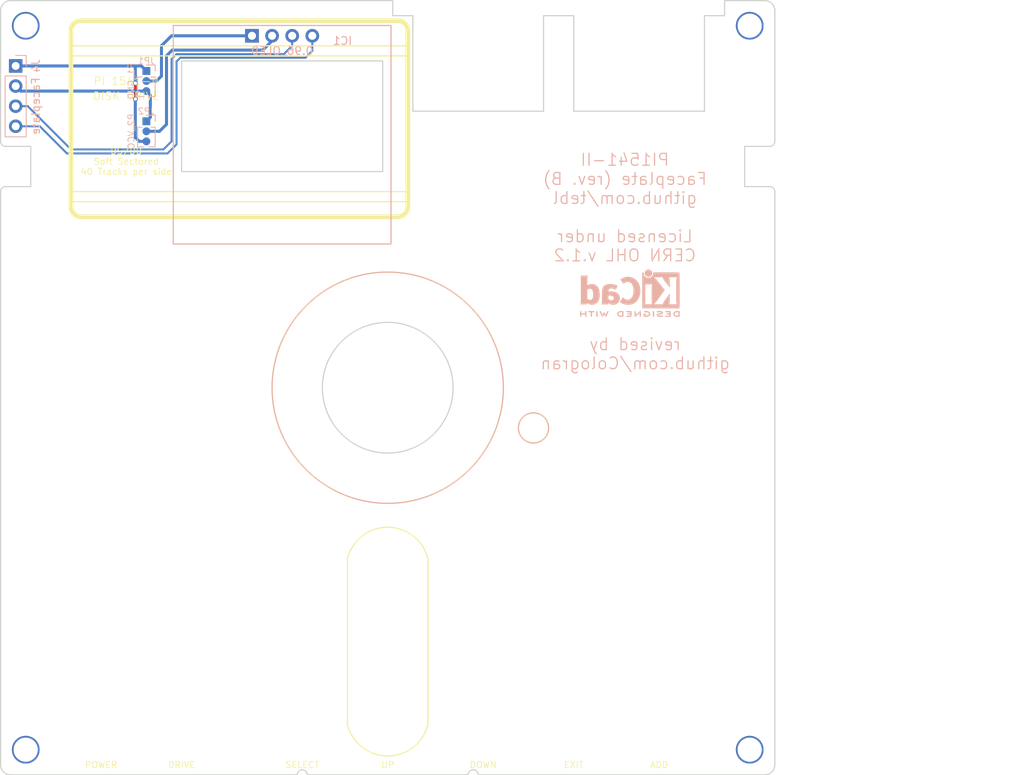
<source format=kicad_pcb>
(kicad_pcb (version 20171130) (host pcbnew "(5.1.6)-1")

  (general
    (thickness 1.6)
    (drawings 108)
    (tracks 46)
    (zones 0)
    (modules 9)
    (nets 7)
  )

  (page A4)
  (layers
    (0 F.Cu signal hide)
    (31 B.Cu signal hide)
    (32 B.Adhes user)
    (33 F.Adhes user)
    (34 B.Paste user)
    (35 F.Paste user)
    (36 B.SilkS user)
    (37 F.SilkS user)
    (38 B.Mask user)
    (39 F.Mask user)
    (40 Dwgs.User user)
    (41 Cmts.User user)
    (42 Eco1.User user)
    (43 Eco2.User user)
    (44 Edge.Cuts user)
    (45 Margin user)
    (46 B.CrtYd user)
    (47 F.CrtYd user)
    (48 B.Fab user)
    (49 F.Fab user)
  )

  (setup
    (last_trace_width 0.25)
    (user_trace_width 0.381)
    (trace_clearance 0.2)
    (zone_clearance 0.508)
    (zone_45_only no)
    (trace_min 0.2)
    (via_size 0.6)
    (via_drill 0.4)
    (via_min_size 0.4)
    (via_min_drill 0.3)
    (user_via 1 0.4)
    (uvia_size 0.3)
    (uvia_drill 0.1)
    (uvias_allowed no)
    (uvia_min_size 0.2)
    (uvia_min_drill 0.1)
    (edge_width 0.15)
    (segment_width 0.2)
    (pcb_text_width 0.3)
    (pcb_text_size 1.5 1.5)
    (mod_edge_width 0.15)
    (mod_text_size 1 1)
    (mod_text_width 0.15)
    (pad_size 1.524 1.524)
    (pad_drill 0.762)
    (pad_to_mask_clearance 0.2)
    (aux_axis_origin 0 0)
    (visible_elements 7FFFFFFF)
    (pcbplotparams
      (layerselection 0x010f0_ffffffff)
      (usegerberextensions true)
      (usegerberattributes false)
      (usegerberadvancedattributes false)
      (creategerberjobfile false)
      (excludeedgelayer true)
      (linewidth 0.100000)
      (plotframeref false)
      (viasonmask false)
      (mode 1)
      (useauxorigin false)
      (hpglpennumber 1)
      (hpglpenspeed 20)
      (hpglpendiameter 15.000000)
      (psnegative false)
      (psa4output false)
      (plotreference true)
      (plotvalue true)
      (plotinvisibletext false)
      (padsonsilk false)
      (subtractmaskfromsilk false)
      (outputformat 1)
      (mirror false)
      (drillshape 0)
      (scaleselection 1)
      (outputdirectory "export/"))
  )

  (net 0 "")
  (net 1 GND)
  (net 2 +3V3)
  (net 3 "Net-(IC1-Pad2)")
  (net 4 I2C_SCL)
  (net 5 I2C_SDA)
  (net 6 "Net-(IC1-Pad1)")

  (net_class Default "This is the default net class."
    (clearance 0.2)
    (trace_width 0.25)
    (via_dia 0.6)
    (via_drill 0.4)
    (uvia_dia 0.3)
    (uvia_drill 0.1)
    (add_net +3V3)
    (add_net GND)
    (add_net I2C_SCL)
    (add_net I2C_SDA)
    (add_net "Net-(IC1-Pad1)")
    (add_net "Net-(IC1-Pad2)")
  )

  (net_class Power ""
    (clearance 0.381)
    (trace_width 0.381)
    (via_dia 1)
    (via_drill 0.4)
    (uvia_dia 0.3)
    (uvia_drill 0.1)
  )

  (module i2c_oled:0.96_I2C_OLED2 locked (layer F.Cu) (tedit 5FEC7416) (tstamp 5F7620CA)
    (at 107.95 59.055)
    (descr "Through hole straight pin header, 1x04, 2.54mm pitch, single row")
    (tags "Through hole pin header THT 1x04 2.54mm single row")
    (path /5E3B718A)
    (fp_text reference IC1 (at 7.62 0.635) (layer B.SilkS)
      (effects (font (size 1 1) (thickness 0.15)) (justify mirror))
    )
    (fp_text value 0.96_OLED (at 0 1.905) (layer B.SilkS)
      (effects (font (size 1 1) (thickness 0.15)) (justify mirror))
    )
    (fp_line (start 7.4 22.5) (end 7.4 26.3) (layer Dwgs.User) (width 0.15))
    (fp_line (start -7.4 26.3) (end -7.4 22.5) (layer Dwgs.User) (width 0.15))
    (fp_line (start 13.75 26.3) (end 13.75 -1.3) (layer B.SilkS) (width 0.15))
    (fp_line (start -13.75 26.3) (end 13.75 26.3) (layer B.SilkS) (width 0.15))
    (fp_line (start -13.75 -1.3) (end -13.75 26.3) (layer B.SilkS) (width 0.15))
    (fp_line (start -13.75 -1.3) (end 13.75 -1.3) (layer B.SilkS) (width 0.15))
    (fp_line (start -13.5 22.5) (end 13.5 22.5) (layer Dwgs.User) (width 0.15))
    (fp_line (start 13.5 22.5) (end 13.5 2.7) (layer Dwgs.User) (width 0.15))
    (fp_line (start 13.5 2.7) (end -13.5 2.7) (layer Dwgs.User) (width 0.15))
    (fp_line (start -13.5 2.7) (end -13.5 22.5) (layer Dwgs.User) (width 0.15))
    (fp_text user %R (at 7.62 0.635 180) (layer F.Fab)
      (effects (font (size 1 1) (thickness 0.15)))
    )
    (pad 4 thru_hole circle (at 3.81 0) (size 1.7272 1.7272) (drill 1.016) (layers *.Cu *.Mask)
      (net 5 I2C_SDA))
    (pad 3 thru_hole circle (at 1.27 0) (size 1.7272 1.7272) (drill 1.016) (layers *.Cu *.Mask)
      (net 4 I2C_SCL))
    (pad 2 thru_hole circle (at -1.27 0) (size 1.7272 1.7272) (drill 1.016) (layers *.Cu *.Mask)
      (net 3 "Net-(IC1-Pad2)"))
    (pad 1 thru_hole rect (at -3.81 0) (size 1.7272 1.7272) (drill 1.016) (layers *.Cu *.Mask)
      (net 6 "Net-(IC1-Pad1)"))
  )

  (module mounting:M3 (layer F.Cu) (tedit 5F7625BA) (tstamp 5EE44CD3)
    (at 75.565 149.225)
    (descr "module 1 pin (ou trou mecanique de percage)")
    (tags DEV)
    (path /5E3B603D)
    (fp_text reference M1 (at 0 -3.048) (layer F.Fab) hide
      (effects (font (size 1 1) (thickness 0.15)))
    )
    (fp_text value Mounting (at 0 3) (layer F.Fab) hide
      (effects (font (size 1 1) (thickness 0.15)))
    )
    (fp_circle (center 0 0) (end 2 0.8) (layer F.Fab) (width 0.1))
    (fp_circle (center 0 0) (end 2.6 0) (layer F.CrtYd) (width 0.05))
    (pad "" np_thru_hole circle (at 0 0) (size 3.5 3.5) (drill 3.048) (layers *.Cu *.Mask)
      (solder_mask_margin 0.8))
  )

  (module mounting:M3 (layer F.Cu) (tedit 5F7625BA) (tstamp 5EE44CDB)
    (at 167.005 149.225)
    (descr "module 1 pin (ou trou mecanique de percage)")
    (tags DEV)
    (path /5E3B604F)
    (fp_text reference M2 (at 0 -3.048) (layer F.Fab) hide
      (effects (font (size 1 1) (thickness 0.15)))
    )
    (fp_text value Mounting (at 0 3) (layer F.Fab) hide
      (effects (font (size 1 1) (thickness 0.15)))
    )
    (fp_circle (center 0 0) (end 2 0.8) (layer F.Fab) (width 0.1))
    (fp_circle (center 0 0) (end 2.6 0) (layer F.CrtYd) (width 0.05))
    (pad "" np_thru_hole circle (at 0 0) (size 3.5 3.5) (drill 3.048) (layers *.Cu *.Mask)
      (solder_mask_margin 0.8))
  )

  (module mounting:M3 (layer F.Cu) (tedit 5F7625BA) (tstamp 5EE44CE3)
    (at 167.005 57.785)
    (descr "module 1 pin (ou trou mecanique de percage)")
    (tags DEV)
    (path /5E3B605A)
    (fp_text reference M3 (at 0 -3.048) (layer F.Fab) hide
      (effects (font (size 1 1) (thickness 0.15)))
    )
    (fp_text value Mounting (at 0 3) (layer F.Fab) hide
      (effects (font (size 1 1) (thickness 0.15)))
    )
    (fp_circle (center 0 0) (end 2 0.8) (layer F.Fab) (width 0.1))
    (fp_circle (center 0 0) (end 2.6 0) (layer F.CrtYd) (width 0.05))
    (pad "" np_thru_hole circle (at 0 0) (size 3.5 3.5) (drill 3.048) (layers *.Cu *.Mask)
      (solder_mask_margin 0.8))
  )

  (module mounting:M3 (layer F.Cu) (tedit 5F7625BA) (tstamp 5EE44CEB)
    (at 75.565 57.785)
    (descr "module 1 pin (ou trou mecanique de percage)")
    (tags DEV)
    (path /5E3B6065)
    (fp_text reference M4 (at 0 -3.048) (layer F.Fab) hide
      (effects (font (size 1 1) (thickness 0.15)))
    )
    (fp_text value Mounting (at 0 3) (layer F.Fab) hide
      (effects (font (size 1 1) (thickness 0.15)))
    )
    (fp_circle (center 0 0) (end 2 0.8) (layer F.Fab) (width 0.1))
    (fp_circle (center 0 0) (end 2.6 0) (layer F.CrtYd) (width 0.05))
    (pad "" np_thru_hole circle (at 0 0) (size 3.5 3.5) (drill 3.048) (layers *.Cu *.Mask)
      (solder_mask_margin 0.8))
  )

  (module Symbols:KiCad-Logo2_6mm_SilkScreen locked (layer B.Cu) (tedit 0) (tstamp 5EE53D9C)
    (at 151.875 91.55 180)
    (descr "KiCad Logo")
    (tags "Logo KiCad")
    (attr virtual)
    (fp_text reference REF*** (at 0 0) (layer B.SilkS) hide
      (effects (font (size 1 1) (thickness 0.15)) (justify mirror))
    )
    (fp_text value KiCad-Logo2_6mm_SilkScreen (at 0.75 0) (layer B.Fab) hide
      (effects (font (size 1 1) (thickness 0.15)) (justify mirror))
    )
    (fp_poly (pts (xy -6.121371 -2.269066) (xy -6.081889 -2.269467) (xy -5.9662 -2.272259) (xy -5.869311 -2.28055)
      (xy -5.787919 -2.295232) (xy -5.718723 -2.317193) (xy -5.65842 -2.347322) (xy -5.603708 -2.38651)
      (xy -5.584167 -2.403532) (xy -5.55175 -2.443363) (xy -5.52252 -2.497413) (xy -5.499991 -2.557323)
      (xy -5.487679 -2.614739) (xy -5.4864 -2.635956) (xy -5.494417 -2.694769) (xy -5.515899 -2.759013)
      (xy -5.546999 -2.819821) (xy -5.583866 -2.86833) (xy -5.589854 -2.874182) (xy -5.640579 -2.915321)
      (xy -5.696125 -2.947435) (xy -5.759696 -2.971365) (xy -5.834494 -2.987953) (xy -5.923722 -2.998041)
      (xy -6.030582 -3.002469) (xy -6.079528 -3.002845) (xy -6.141762 -3.002545) (xy -6.185528 -3.001292)
      (xy -6.214931 -2.998554) (xy -6.234079 -2.993801) (xy -6.247077 -2.986501) (xy -6.254045 -2.980267)
      (xy -6.260626 -2.972694) (xy -6.265788 -2.962924) (xy -6.269703 -2.94834) (xy -6.272543 -2.926326)
      (xy -6.27448 -2.894264) (xy -6.275684 -2.849536) (xy -6.276328 -2.789526) (xy -6.276583 -2.711617)
      (xy -6.276622 -2.635956) (xy -6.27687 -2.535041) (xy -6.276817 -2.454427) (xy -6.275857 -2.415822)
      (xy -6.129867 -2.415822) (xy -6.129867 -2.856089) (xy -6.036734 -2.856004) (xy -5.980693 -2.854396)
      (xy -5.921999 -2.850256) (xy -5.873028 -2.844464) (xy -5.871538 -2.844226) (xy -5.792392 -2.82509)
      (xy -5.731002 -2.795287) (xy -5.684305 -2.752878) (xy -5.654635 -2.706961) (xy -5.636353 -2.656026)
      (xy -5.637771 -2.6082) (xy -5.658988 -2.556933) (xy -5.700489 -2.503899) (xy -5.757998 -2.4646)
      (xy -5.83275 -2.438331) (xy -5.882708 -2.429035) (xy -5.939416 -2.422507) (xy -5.999519 -2.417782)
      (xy -6.050639 -2.415817) (xy -6.053667 -2.415808) (xy -6.129867 -2.415822) (xy -6.275857 -2.415822)
      (xy -6.27526 -2.391851) (xy -6.270998 -2.345055) (xy -6.26283 -2.311778) (xy -6.249556 -2.289759)
      (xy -6.229974 -2.276739) (xy -6.202883 -2.270457) (xy -6.167082 -2.268653) (xy -6.121371 -2.269066)) (layer B.SilkS) (width 0.01))
    (fp_poly (pts (xy -4.712794 -2.269146) (xy -4.643386 -2.269518) (xy -4.590997 -2.270385) (xy -4.552847 -2.271946)
      (xy -4.526159 -2.274403) (xy -4.508153 -2.277957) (xy -4.496049 -2.28281) (xy -4.487069 -2.289161)
      (xy -4.483818 -2.292084) (xy -4.464043 -2.323142) (xy -4.460482 -2.358828) (xy -4.473491 -2.39051)
      (xy -4.479506 -2.396913) (xy -4.489235 -2.403121) (xy -4.504901 -2.40791) (xy -4.529408 -2.411514)
      (xy -4.565661 -2.414164) (xy -4.616565 -2.416095) (xy -4.685026 -2.417539) (xy -4.747617 -2.418418)
      (xy -4.995334 -2.421467) (xy -4.998719 -2.486378) (xy -5.002105 -2.551289) (xy -4.833958 -2.551289)
      (xy -4.760959 -2.551919) (xy -4.707517 -2.554553) (xy -4.670628 -2.560309) (xy -4.647288 -2.570304)
      (xy -4.634494 -2.585656) (xy -4.629242 -2.607482) (xy -4.628445 -2.627738) (xy -4.630923 -2.652592)
      (xy -4.640277 -2.670906) (xy -4.659383 -2.683637) (xy -4.691118 -2.691741) (xy -4.738359 -2.696176)
      (xy -4.803983 -2.697899) (xy -4.839801 -2.698045) (xy -5.000978 -2.698045) (xy -5.000978 -2.856089)
      (xy -4.752622 -2.856089) (xy -4.671213 -2.856202) (xy -4.609342 -2.856712) (xy -4.563968 -2.85787)
      (xy -4.532054 -2.85993) (xy -4.510559 -2.863146) (xy -4.496443 -2.867772) (xy -4.486668 -2.874059)
      (xy -4.481689 -2.878667) (xy -4.46461 -2.90556) (xy -4.459111 -2.929467) (xy -4.466963 -2.958667)
      (xy -4.481689 -2.980267) (xy -4.489546 -2.987066) (xy -4.499688 -2.992346) (xy -4.514844 -2.996298)
      (xy -4.537741 -2.999113) (xy -4.571109 -3.000982) (xy -4.617675 -3.002098) (xy -4.680167 -3.002651)
      (xy -4.761314 -3.002833) (xy -4.803422 -3.002845) (xy -4.893598 -3.002765) (xy -4.963924 -3.002398)
      (xy -5.017129 -3.001552) (xy -5.05594 -3.000036) (xy -5.083087 -2.997659) (xy -5.101298 -2.994229)
      (xy -5.1133 -2.989554) (xy -5.121822 -2.983444) (xy -5.125156 -2.980267) (xy -5.131755 -2.97267)
      (xy -5.136927 -2.96287) (xy -5.140846 -2.948239) (xy -5.143684 -2.926152) (xy -5.145615 -2.893982)
      (xy -5.146812 -2.849103) (xy -5.147448 -2.788889) (xy -5.147697 -2.710713) (xy -5.147734 -2.637923)
      (xy -5.1477 -2.544707) (xy -5.147465 -2.471431) (xy -5.14683 -2.415458) (xy -5.145594 -2.374151)
      (xy -5.143556 -2.344872) (xy -5.140517 -2.324984) (xy -5.136277 -2.31185) (xy -5.130635 -2.302832)
      (xy -5.123391 -2.295293) (xy -5.121606 -2.293612) (xy -5.112945 -2.286172) (xy -5.102882 -2.280409)
      (xy -5.088625 -2.276112) (xy -5.067383 -2.273064) (xy -5.036364 -2.271051) (xy -4.992777 -2.26986)
      (xy -4.933831 -2.269275) (xy -4.856734 -2.269083) (xy -4.802001 -2.269067) (xy -4.712794 -2.269146)) (layer B.SilkS) (width 0.01))
    (fp_poly (pts (xy -3.691703 -2.270351) (xy -3.616888 -2.275581) (xy -3.547306 -2.28375) (xy -3.487002 -2.29455)
      (xy -3.44002 -2.307673) (xy -3.410406 -2.322813) (xy -3.40586 -2.327269) (xy -3.390054 -2.36185)
      (xy -3.394847 -2.397351) (xy -3.419364 -2.427725) (xy -3.420534 -2.428596) (xy -3.434954 -2.437954)
      (xy -3.450008 -2.442876) (xy -3.471005 -2.443473) (xy -3.503257 -2.439861) (xy -3.552073 -2.432154)
      (xy -3.556 -2.431505) (xy -3.628739 -2.422569) (xy -3.707217 -2.418161) (xy -3.785927 -2.418119)
      (xy -3.859361 -2.422279) (xy -3.922011 -2.430479) (xy -3.96837 -2.442557) (xy -3.971416 -2.443771)
      (xy -4.005048 -2.462615) (xy -4.016864 -2.481685) (xy -4.007614 -2.500439) (xy -3.978047 -2.518337)
      (xy -3.928911 -2.534837) (xy -3.860957 -2.549396) (xy -3.815645 -2.556406) (xy -3.721456 -2.569889)
      (xy -3.646544 -2.582214) (xy -3.587717 -2.594449) (xy -3.541785 -2.607661) (xy -3.505555 -2.622917)
      (xy -3.475838 -2.641285) (xy -3.449442 -2.663831) (xy -3.42823 -2.685971) (xy -3.403065 -2.716819)
      (xy -3.390681 -2.743345) (xy -3.386808 -2.776026) (xy -3.386667 -2.787995) (xy -3.389576 -2.827712)
      (xy -3.401202 -2.857259) (xy -3.421323 -2.883486) (xy -3.462216 -2.923576) (xy -3.507817 -2.954149)
      (xy -3.561513 -2.976203) (xy -3.626692 -2.990735) (xy -3.706744 -2.998741) (xy -3.805057 -3.001218)
      (xy -3.821289 -3.001177) (xy -3.886849 -2.999818) (xy -3.951866 -2.99673) (xy -4.009252 -2.992356)
      (xy -4.051922 -2.98714) (xy -4.055372 -2.986541) (xy -4.097796 -2.976491) (xy -4.13378 -2.963796)
      (xy -4.15415 -2.95219) (xy -4.173107 -2.921572) (xy -4.174427 -2.885918) (xy -4.158085 -2.854144)
      (xy -4.154429 -2.850551) (xy -4.139315 -2.839876) (xy -4.120415 -2.835276) (xy -4.091162 -2.836059)
      (xy -4.055651 -2.840127) (xy -4.01597 -2.843762) (xy -3.960345 -2.846828) (xy -3.895406 -2.849053)
      (xy -3.827785 -2.850164) (xy -3.81 -2.850237) (xy -3.742128 -2.849964) (xy -3.692454 -2.848646)
      (xy -3.65661 -2.845827) (xy -3.630224 -2.84105) (xy -3.608926 -2.833857) (xy -3.596126 -2.827867)
      (xy -3.568 -2.811233) (xy -3.550068 -2.796168) (xy -3.547447 -2.791897) (xy -3.552976 -2.774263)
      (xy -3.57926 -2.757192) (xy -3.624478 -2.741458) (xy -3.686808 -2.727838) (xy -3.705171 -2.724804)
      (xy -3.80109 -2.709738) (xy -3.877641 -2.697146) (xy -3.93778 -2.686111) (xy -3.98446 -2.67572)
      (xy -4.020637 -2.665056) (xy -4.049265 -2.653205) (xy -4.073298 -2.639251) (xy -4.095692 -2.622281)
      (xy -4.119402 -2.601378) (xy -4.12738 -2.594049) (xy -4.155353 -2.566699) (xy -4.17016 -2.545029)
      (xy -4.175952 -2.520232) (xy -4.176889 -2.488983) (xy -4.166575 -2.427705) (xy -4.135752 -2.37564)
      (xy -4.084595 -2.332958) (xy -4.013283 -2.299825) (xy -3.9624 -2.284964) (xy -3.9071 -2.275366)
      (xy -3.840853 -2.269936) (xy -3.767706 -2.268367) (xy -3.691703 -2.270351)) (layer B.SilkS) (width 0.01))
    (fp_poly (pts (xy -2.923822 -2.291645) (xy -2.917242 -2.299218) (xy -2.912079 -2.308987) (xy -2.908164 -2.323571)
      (xy -2.905324 -2.345585) (xy -2.903387 -2.377648) (xy -2.902183 -2.422375) (xy -2.901539 -2.482385)
      (xy -2.901284 -2.560294) (xy -2.901245 -2.635956) (xy -2.901314 -2.729802) (xy -2.901638 -2.803689)
      (xy -2.902386 -2.860232) (xy -2.903732 -2.902049) (xy -2.905846 -2.931757) (xy -2.9089 -2.951973)
      (xy -2.913066 -2.965314) (xy -2.918516 -2.974398) (xy -2.923822 -2.980267) (xy -2.956826 -2.999947)
      (xy -2.991991 -2.998181) (xy -3.023455 -2.976717) (xy -3.030684 -2.968337) (xy -3.036334 -2.958614)
      (xy -3.040599 -2.944861) (xy -3.043673 -2.924389) (xy -3.045752 -2.894512) (xy -3.04703 -2.852541)
      (xy -3.047701 -2.795789) (xy -3.047959 -2.721567) (xy -3.048 -2.637537) (xy -3.048 -2.324485)
      (xy -3.020291 -2.296776) (xy -2.986137 -2.273463) (xy -2.953006 -2.272623) (xy -2.923822 -2.291645)) (layer B.SilkS) (width 0.01))
    (fp_poly (pts (xy -1.950081 -2.274599) (xy -1.881565 -2.286095) (xy -1.828943 -2.303967) (xy -1.794708 -2.327499)
      (xy -1.785379 -2.340924) (xy -1.775893 -2.372148) (xy -1.782277 -2.400395) (xy -1.80243 -2.427182)
      (xy -1.833745 -2.439713) (xy -1.879183 -2.438696) (xy -1.914326 -2.431906) (xy -1.992419 -2.418971)
      (xy -2.072226 -2.417742) (xy -2.161555 -2.428241) (xy -2.186229 -2.43269) (xy -2.269291 -2.456108)
      (xy -2.334273 -2.490945) (xy -2.380461 -2.536604) (xy -2.407145 -2.592494) (xy -2.412663 -2.621388)
      (xy -2.409051 -2.680012) (xy -2.385729 -2.731879) (xy -2.344824 -2.775978) (xy -2.288459 -2.811299)
      (xy -2.21876 -2.836829) (xy -2.137852 -2.851559) (xy -2.04786 -2.854478) (xy -1.95091 -2.844575)
      (xy -1.945436 -2.843641) (xy -1.906875 -2.836459) (xy -1.885494 -2.829521) (xy -1.876227 -2.819227)
      (xy -1.874006 -2.801976) (xy -1.873956 -2.792841) (xy -1.873956 -2.754489) (xy -1.942431 -2.754489)
      (xy -2.0029 -2.750347) (xy -2.044165 -2.737147) (xy -2.068175 -2.71373) (xy -2.076877 -2.678936)
      (xy -2.076983 -2.674394) (xy -2.071892 -2.644654) (xy -2.054433 -2.623419) (xy -2.021939 -2.609366)
      (xy -1.971743 -2.601173) (xy -1.923123 -2.598161) (xy -1.852456 -2.596433) (xy -1.801198 -2.59907)
      (xy -1.766239 -2.6088) (xy -1.74447 -2.628353) (xy -1.73278 -2.660456) (xy -1.72806 -2.707838)
      (xy -1.7272 -2.770071) (xy -1.728609 -2.839535) (xy -1.732848 -2.886786) (xy -1.739936 -2.912012)
      (xy -1.741311 -2.913988) (xy -1.780228 -2.945508) (xy -1.837286 -2.97047) (xy -1.908869 -2.98834)
      (xy -1.991358 -2.998586) (xy -2.081139 -3.000673) (xy -2.174592 -2.994068) (xy -2.229556 -2.985956)
      (xy -2.315766 -2.961554) (xy -2.395892 -2.921662) (xy -2.462977 -2.869887) (xy -2.473173 -2.859539)
      (xy -2.506302 -2.816035) (xy -2.536194 -2.762118) (xy -2.559357 -2.705592) (xy -2.572298 -2.654259)
      (xy -2.573858 -2.634544) (xy -2.567218 -2.593419) (xy -2.549568 -2.542252) (xy -2.524297 -2.488394)
      (xy -2.494789 -2.439195) (xy -2.468719 -2.406334) (xy -2.407765 -2.357452) (xy -2.328969 -2.318545)
      (xy -2.235157 -2.290494) (xy -2.12915 -2.274179) (xy -2.032 -2.270192) (xy -1.950081 -2.274599)) (layer B.SilkS) (width 0.01))
    (fp_poly (pts (xy -1.300114 -2.273448) (xy -1.276548 -2.287273) (xy -1.245735 -2.309881) (xy -1.206078 -2.342338)
      (xy -1.15598 -2.385708) (xy -1.093843 -2.441058) (xy -1.018072 -2.509451) (xy -0.931334 -2.588084)
      (xy -0.750711 -2.751878) (xy -0.745067 -2.532029) (xy -0.743029 -2.456351) (xy -0.741063 -2.399994)
      (xy -0.738734 -2.359706) (xy -0.735606 -2.332235) (xy -0.731245 -2.314329) (xy -0.725216 -2.302737)
      (xy -0.717084 -2.294208) (xy -0.712772 -2.290623) (xy -0.678241 -2.27167) (xy -0.645383 -2.274441)
      (xy -0.619318 -2.290633) (xy -0.592667 -2.312199) (xy -0.589352 -2.627151) (xy -0.588435 -2.719779)
      (xy -0.587968 -2.792544) (xy -0.588113 -2.848161) (xy -0.589032 -2.889342) (xy -0.590887 -2.918803)
      (xy -0.593839 -2.939255) (xy -0.59805 -2.953413) (xy -0.603682 -2.963991) (xy -0.609927 -2.972474)
      (xy -0.623439 -2.988207) (xy -0.636883 -2.998636) (xy -0.652124 -3.002639) (xy -0.671026 -2.999094)
      (xy -0.695455 -2.986879) (xy -0.727273 -2.964871) (xy -0.768348 -2.931949) (xy -0.820542 -2.886991)
      (xy -0.885722 -2.828875) (xy -0.959556 -2.762099) (xy -1.224845 -2.521458) (xy -1.230489 -2.740589)
      (xy -1.232531 -2.816128) (xy -1.234502 -2.872354) (xy -1.236839 -2.912524) (xy -1.239981 -2.939896)
      (xy -1.244364 -2.957728) (xy -1.250424 -2.969279) (xy -1.2586 -2.977807) (xy -1.262784 -2.981282)
      (xy -1.299765 -3.000372) (xy -1.334708 -2.997493) (xy -1.365136 -2.9731) (xy -1.372097 -2.963286)
      (xy -1.377523 -2.951826) (xy -1.381603 -2.935968) (xy -1.384529 -2.912963) (xy -1.386492 -2.880062)
      (xy -1.387683 -2.834516) (xy -1.388292 -2.773573) (xy -1.388511 -2.694486) (xy -1.388534 -2.635956)
      (xy -1.38846 -2.544407) (xy -1.388113 -2.472687) (xy -1.387301 -2.418045) (xy -1.385833 -2.377732)
      (xy -1.383519 -2.348998) (xy -1.380167 -2.329093) (xy -1.375588 -2.315268) (xy -1.369589 -2.304772)
      (xy -1.365136 -2.298811) (xy -1.35385 -2.284691) (xy -1.343301 -2.274029) (xy -1.331893 -2.267892)
      (xy -1.31803 -2.267343) (xy -1.300114 -2.273448)) (layer B.SilkS) (width 0.01))
    (fp_poly (pts (xy 0.230343 -2.26926) (xy 0.306701 -2.270174) (xy 0.365217 -2.272311) (xy 0.408255 -2.276175)
      (xy 0.438183 -2.282267) (xy 0.457368 -2.29109) (xy 0.468176 -2.303146) (xy 0.472973 -2.318939)
      (xy 0.474127 -2.33897) (xy 0.474133 -2.341335) (xy 0.473131 -2.363992) (xy 0.468396 -2.381503)
      (xy 0.457333 -2.394574) (xy 0.437348 -2.403913) (xy 0.405846 -2.410227) (xy 0.360232 -2.414222)
      (xy 0.297913 -2.416606) (xy 0.216293 -2.418086) (xy 0.191277 -2.418414) (xy -0.0508 -2.421467)
      (xy -0.054186 -2.486378) (xy -0.057571 -2.551289) (xy 0.110576 -2.551289) (xy 0.176266 -2.551531)
      (xy 0.223172 -2.552556) (xy 0.255083 -2.554811) (xy 0.275791 -2.558742) (xy 0.289084 -2.564798)
      (xy 0.298755 -2.573424) (xy 0.298817 -2.573493) (xy 0.316356 -2.607112) (xy 0.315722 -2.643448)
      (xy 0.297314 -2.674423) (xy 0.293671 -2.677607) (xy 0.280741 -2.685812) (xy 0.263024 -2.691521)
      (xy 0.23657 -2.695162) (xy 0.197432 -2.697167) (xy 0.141662 -2.697964) (xy 0.105994 -2.698045)
      (xy -0.056445 -2.698045) (xy -0.056445 -2.856089) (xy 0.190161 -2.856089) (xy 0.27158 -2.856231)
      (xy 0.33341 -2.856814) (xy 0.378637 -2.858068) (xy 0.410248 -2.860227) (xy 0.431231 -2.863523)
      (xy 0.444573 -2.868189) (xy 0.453261 -2.874457) (xy 0.45545 -2.876733) (xy 0.471614 -2.90828)
      (xy 0.472797 -2.944168) (xy 0.459536 -2.975285) (xy 0.449043 -2.985271) (xy 0.438129 -2.990769)
      (xy 0.421217 -2.995022) (xy 0.395633 -2.99818) (xy 0.358701 -3.000392) (xy 0.307746 -3.001806)
      (xy 0.240094 -3.002572) (xy 0.153069 -3.002838) (xy 0.133394 -3.002845) (xy 0.044911 -3.002787)
      (xy -0.023773 -3.002467) (xy -0.075436 -3.001667) (xy -0.112855 -3.000167) (xy -0.13881 -2.997749)
      (xy -0.156078 -2.994194) (xy -0.167438 -2.989282) (xy -0.175668 -2.982795) (xy -0.180183 -2.978138)
      (xy -0.186979 -2.969889) (xy -0.192288 -2.959669) (xy -0.196294 -2.9448) (xy -0.199179 -2.922602)
      (xy -0.201126 -2.890393) (xy -0.202319 -2.845496) (xy -0.202939 -2.785228) (xy -0.203171 -2.706911)
      (xy -0.2032 -2.640994) (xy -0.203129 -2.548628) (xy -0.202792 -2.476117) (xy -0.202002 -2.420737)
      (xy -0.200574 -2.379765) (xy -0.198321 -2.350478) (xy -0.195057 -2.330153) (xy -0.190596 -2.316066)
      (xy -0.184752 -2.305495) (xy -0.179803 -2.298811) (xy -0.156406 -2.269067) (xy 0.133774 -2.269067)
      (xy 0.230343 -2.26926)) (layer B.SilkS) (width 0.01))
    (fp_poly (pts (xy 1.018309 -2.269275) (xy 1.147288 -2.273636) (xy 1.256991 -2.286861) (xy 1.349226 -2.309741)
      (xy 1.425802 -2.34307) (xy 1.488527 -2.387638) (xy 1.539212 -2.444236) (xy 1.579663 -2.513658)
      (xy 1.580459 -2.515351) (xy 1.604601 -2.577483) (xy 1.613203 -2.632509) (xy 1.606231 -2.687887)
      (xy 1.583654 -2.751073) (xy 1.579372 -2.760689) (xy 1.550172 -2.816966) (xy 1.517356 -2.860451)
      (xy 1.475002 -2.897417) (xy 1.41719 -2.934135) (xy 1.413831 -2.936052) (xy 1.363504 -2.960227)
      (xy 1.306621 -2.978282) (xy 1.239527 -2.990839) (xy 1.158565 -2.998522) (xy 1.060082 -3.001953)
      (xy 1.025286 -3.002251) (xy 0.859594 -3.002845) (xy 0.836197 -2.9731) (xy 0.829257 -2.963319)
      (xy 0.823842 -2.951897) (xy 0.819765 -2.936095) (xy 0.816837 -2.913175) (xy 0.814867 -2.880396)
      (xy 0.814225 -2.856089) (xy 0.970844 -2.856089) (xy 1.064726 -2.856089) (xy 1.119664 -2.854483)
      (xy 1.17606 -2.850255) (xy 1.222345 -2.844292) (xy 1.225139 -2.84379) (xy 1.307348 -2.821736)
      (xy 1.371114 -2.7886) (xy 1.418452 -2.742847) (xy 1.451382 -2.682939) (xy 1.457108 -2.667061)
      (xy 1.462721 -2.642333) (xy 1.460291 -2.617902) (xy 1.448467 -2.5854) (xy 1.44134 -2.569434)
      (xy 1.418 -2.527006) (xy 1.38988 -2.49724) (xy 1.35894 -2.476511) (xy 1.296966 -2.449537)
      (xy 1.217651 -2.429998) (xy 1.125253 -2.418746) (xy 1.058333 -2.41627) (xy 0.970844 -2.415822)
      (xy 0.970844 -2.856089) (xy 0.814225 -2.856089) (xy 0.813668 -2.835021) (xy 0.81305 -2.774311)
      (xy 0.812825 -2.695526) (xy 0.8128 -2.63392) (xy 0.8128 -2.324485) (xy 0.840509 -2.296776)
      (xy 0.852806 -2.285544) (xy 0.866103 -2.277853) (xy 0.884672 -2.27304) (xy 0.912786 -2.270446)
      (xy 0.954717 -2.26941) (xy 1.014737 -2.26927) (xy 1.018309 -2.269275)) (layer B.SilkS) (width 0.01))
    (fp_poly (pts (xy 3.744665 -2.271034) (xy 3.764255 -2.278035) (xy 3.76501 -2.278377) (xy 3.791613 -2.298678)
      (xy 3.80627 -2.319561) (xy 3.809138 -2.329352) (xy 3.808996 -2.342361) (xy 3.804961 -2.360895)
      (xy 3.796146 -2.387257) (xy 3.781669 -2.423752) (xy 3.760645 -2.472687) (xy 3.732188 -2.536365)
      (xy 3.695415 -2.617093) (xy 3.675175 -2.661216) (xy 3.638625 -2.739985) (xy 3.604315 -2.812423)
      (xy 3.573552 -2.87588) (xy 3.547648 -2.927708) (xy 3.52791 -2.965259) (xy 3.51565 -2.985884)
      (xy 3.513224 -2.988733) (xy 3.482183 -3.001302) (xy 3.447121 -2.999619) (xy 3.419 -2.984332)
      (xy 3.417854 -2.983089) (xy 3.406668 -2.966154) (xy 3.387904 -2.93317) (xy 3.363875 -2.88838)
      (xy 3.336897 -2.836032) (xy 3.327201 -2.816742) (xy 3.254014 -2.67015) (xy 3.17424 -2.829393)
      (xy 3.145767 -2.884415) (xy 3.11935 -2.932132) (xy 3.097148 -2.968893) (xy 3.081319 -2.991044)
      (xy 3.075954 -2.995741) (xy 3.034257 -3.002102) (xy 2.999849 -2.988733) (xy 2.989728 -2.974446)
      (xy 2.972214 -2.942692) (xy 2.948735 -2.896597) (xy 2.92072 -2.839285) (xy 2.889599 -2.77388)
      (xy 2.856799 -2.703507) (xy 2.82375 -2.631291) (xy 2.791881 -2.560355) (xy 2.762619 -2.493825)
      (xy 2.737395 -2.434826) (xy 2.717636 -2.386481) (xy 2.704772 -2.351915) (xy 2.700231 -2.334253)
      (xy 2.700277 -2.333613) (xy 2.711326 -2.311388) (xy 2.73341 -2.288753) (xy 2.73471 -2.287768)
      (xy 2.761853 -2.272425) (xy 2.786958 -2.272574) (xy 2.796368 -2.275466) (xy 2.807834 -2.281718)
      (xy 2.82001 -2.294014) (xy 2.834357 -2.314908) (xy 2.852336 -2.346949) (xy 2.875407 -2.392688)
      (xy 2.90503 -2.454677) (xy 2.931745 -2.511898) (xy 2.96248 -2.578226) (xy 2.990021 -2.637874)
      (xy 3.012938 -2.687725) (xy 3.029798 -2.724664) (xy 3.039173 -2.745573) (xy 3.04054 -2.748845)
      (xy 3.046689 -2.743497) (xy 3.060822 -2.721109) (xy 3.081057 -2.684946) (xy 3.105515 -2.638277)
      (xy 3.115248 -2.619022) (xy 3.148217 -2.554004) (xy 3.173643 -2.506654) (xy 3.193612 -2.474219)
      (xy 3.21021 -2.453946) (xy 3.225524 -2.443082) (xy 3.24164 -2.438875) (xy 3.252143 -2.4384)
      (xy 3.27067 -2.440042) (xy 3.286904 -2.446831) (xy 3.303035 -2.461566) (xy 3.321251 -2.487044)
      (xy 3.343739 -2.526061) (xy 3.372689 -2.581414) (xy 3.388662 -2.612903) (xy 3.41457 -2.663087)
      (xy 3.437167 -2.704704) (xy 3.454458 -2.734242) (xy 3.46445 -2.748189) (xy 3.465809 -2.74877)
      (xy 3.472261 -2.737793) (xy 3.486708 -2.70929) (xy 3.507703 -2.666244) (xy 3.533797 -2.611638)
      (xy 3.563546 -2.548454) (xy 3.57818 -2.517071) (xy 3.61625 -2.436078) (xy 3.646905 -2.373756)
      (xy 3.671737 -2.328071) (xy 3.692337 -2.296989) (xy 3.710298 -2.278478) (xy 3.72721 -2.270504)
      (xy 3.744665 -2.271034)) (layer B.SilkS) (width 0.01))
    (fp_poly (pts (xy 4.188614 -2.275877) (xy 4.212327 -2.290647) (xy 4.238978 -2.312227) (xy 4.238978 -2.633773)
      (xy 4.238893 -2.72783) (xy 4.238529 -2.801932) (xy 4.237724 -2.858704) (xy 4.236313 -2.900768)
      (xy 4.234133 -2.930748) (xy 4.231021 -2.951267) (xy 4.226814 -2.964949) (xy 4.221348 -2.974416)
      (xy 4.217472 -2.979082) (xy 4.186034 -2.999575) (xy 4.150233 -2.998739) (xy 4.118873 -2.981264)
      (xy 4.092222 -2.959684) (xy 4.092222 -2.312227) (xy 4.118873 -2.290647) (xy 4.144594 -2.274949)
      (xy 4.1656 -2.269067) (xy 4.188614 -2.275877)) (layer B.SilkS) (width 0.01))
    (fp_poly (pts (xy 4.963065 -2.269163) (xy 5.041772 -2.269542) (xy 5.102863 -2.270333) (xy 5.148817 -2.27167)
      (xy 5.182114 -2.273683) (xy 5.205236 -2.276506) (xy 5.220662 -2.280269) (xy 5.230871 -2.285105)
      (xy 5.235813 -2.288822) (xy 5.261457 -2.321358) (xy 5.264559 -2.355138) (xy 5.248711 -2.385826)
      (xy 5.238348 -2.398089) (xy 5.227196 -2.40645) (xy 5.211035 -2.411657) (xy 5.185642 -2.414457)
      (xy 5.146798 -2.415596) (xy 5.09028 -2.415821) (xy 5.07918 -2.415822) (xy 4.933244 -2.415822)
      (xy 4.933244 -2.686756) (xy 4.933148 -2.772154) (xy 4.932711 -2.837864) (xy 4.931712 -2.886774)
      (xy 4.929928 -2.921773) (xy 4.927137 -2.945749) (xy 4.923117 -2.961593) (xy 4.917645 -2.972191)
      (xy 4.910666 -2.980267) (xy 4.877734 -3.000112) (xy 4.843354 -2.998548) (xy 4.812176 -2.975906)
      (xy 4.809886 -2.9731) (xy 4.802429 -2.962492) (xy 4.796747 -2.950081) (xy 4.792601 -2.93285)
      (xy 4.78975 -2.907784) (xy 4.787954 -2.871867) (xy 4.786972 -2.822083) (xy 4.786564 -2.755417)
      (xy 4.786489 -2.679589) (xy 4.786489 -2.415822) (xy 4.647127 -2.415822) (xy 4.587322 -2.415418)
      (xy 4.545918 -2.41384) (xy 4.518748 -2.410547) (xy 4.501646 -2.404992) (xy 4.490443 -2.396631)
      (xy 4.489083 -2.395178) (xy 4.472725 -2.361939) (xy 4.474172 -2.324362) (xy 4.492978 -2.291645)
      (xy 4.50025 -2.285298) (xy 4.509627 -2.280266) (xy 4.523609 -2.276396) (xy 4.544696 -2.273537)
      (xy 4.575389 -2.271535) (xy 4.618189 -2.270239) (xy 4.675595 -2.269498) (xy 4.75011 -2.269158)
      (xy 4.844233 -2.269068) (xy 4.86426 -2.269067) (xy 4.963065 -2.269163)) (layer B.SilkS) (width 0.01))
    (fp_poly (pts (xy 6.228823 -2.274533) (xy 6.260202 -2.296776) (xy 6.287911 -2.324485) (xy 6.287911 -2.63392)
      (xy 6.287838 -2.725799) (xy 6.287495 -2.79784) (xy 6.286692 -2.85278) (xy 6.285241 -2.89336)
      (xy 6.282952 -2.922317) (xy 6.279636 -2.942391) (xy 6.275105 -2.956321) (xy 6.269169 -2.966845)
      (xy 6.264514 -2.9731) (xy 6.233783 -2.997673) (xy 6.198496 -3.000341) (xy 6.166245 -2.985271)
      (xy 6.155588 -2.976374) (xy 6.148464 -2.964557) (xy 6.144167 -2.945526) (xy 6.141991 -2.914992)
      (xy 6.141228 -2.868662) (xy 6.141155 -2.832871) (xy 6.141155 -2.698045) (xy 5.644444 -2.698045)
      (xy 5.644444 -2.8207) (xy 5.643931 -2.876787) (xy 5.641876 -2.915333) (xy 5.637508 -2.941361)
      (xy 5.630056 -2.959897) (xy 5.621047 -2.9731) (xy 5.590144 -2.997604) (xy 5.555196 -3.000506)
      (xy 5.521738 -2.983089) (xy 5.512604 -2.973959) (xy 5.506152 -2.961855) (xy 5.501897 -2.943001)
      (xy 5.499352 -2.91362) (xy 5.498029 -2.869937) (xy 5.497443 -2.808175) (xy 5.497375 -2.794)
      (xy 5.496891 -2.677631) (xy 5.496641 -2.581727) (xy 5.496723 -2.504177) (xy 5.497231 -2.442869)
      (xy 5.498262 -2.39569) (xy 5.499913 -2.36053) (xy 5.502279 -2.335276) (xy 5.505457 -2.317817)
      (xy 5.509544 -2.306041) (xy 5.514634 -2.297835) (xy 5.520266 -2.291645) (xy 5.552128 -2.271844)
      (xy 5.585357 -2.274533) (xy 5.616735 -2.296776) (xy 5.629433 -2.311126) (xy 5.637526 -2.326978)
      (xy 5.642042 -2.349554) (xy 5.644006 -2.384078) (xy 5.644444 -2.435776) (xy 5.644444 -2.551289)
      (xy 6.141155 -2.551289) (xy 6.141155 -2.432756) (xy 6.141662 -2.378148) (xy 6.143698 -2.341275)
      (xy 6.148035 -2.317307) (xy 6.155447 -2.301415) (xy 6.163733 -2.291645) (xy 6.195594 -2.271844)
      (xy 6.228823 -2.274533)) (layer B.SilkS) (width 0.01))
    (fp_poly (pts (xy -2.9464 2.510946) (xy -2.935535 2.397007) (xy -2.903918 2.289384) (xy -2.853015 2.190385)
      (xy -2.784293 2.102316) (xy -2.699219 2.027484) (xy -2.602232 1.969616) (xy -2.495964 1.929995)
      (xy -2.38895 1.911427) (xy -2.2833 1.912566) (xy -2.181125 1.93207) (xy -2.084534 1.968594)
      (xy -1.995638 2.020795) (xy -1.916546 2.087327) (xy -1.849369 2.166848) (xy -1.796217 2.258013)
      (xy -1.759199 2.359477) (xy -1.740427 2.469898) (xy -1.738489 2.519794) (xy -1.738489 2.607733)
      (xy -1.68656 2.607733) (xy -1.650253 2.604889) (xy -1.623355 2.593089) (xy -1.596249 2.569351)
      (xy -1.557867 2.530969) (xy -1.557867 0.339398) (xy -1.557876 0.077261) (xy -1.557908 -0.163241)
      (xy -1.557972 -0.383048) (xy -1.558076 -0.583101) (xy -1.558227 -0.764344) (xy -1.558434 -0.927716)
      (xy -1.558706 -1.07416) (xy -1.55905 -1.204617) (xy -1.559474 -1.320029) (xy -1.559987 -1.421338)
      (xy -1.560597 -1.509484) (xy -1.561312 -1.58541) (xy -1.56214 -1.650057) (xy -1.563089 -1.704367)
      (xy -1.564167 -1.74928) (xy -1.565383 -1.78574) (xy -1.566745 -1.814687) (xy -1.568261 -1.837063)
      (xy -1.569938 -1.853809) (xy -1.571786 -1.865868) (xy -1.573813 -1.87418) (xy -1.576025 -1.879687)
      (xy -1.577108 -1.881537) (xy -1.581271 -1.888549) (xy -1.584805 -1.894996) (xy -1.588635 -1.9009)
      (xy -1.593682 -1.906286) (xy -1.600871 -1.911178) (xy -1.611123 -1.915598) (xy -1.625364 -1.919572)
      (xy -1.644514 -1.923121) (xy -1.669499 -1.92627) (xy -1.70124 -1.929042) (xy -1.740662 -1.931461)
      (xy -1.788686 -1.933551) (xy -1.846237 -1.935335) (xy -1.914237 -1.936837) (xy -1.99361 -1.93808)
      (xy -2.085279 -1.939089) (xy -2.190166 -1.939885) (xy -2.309196 -1.940494) (xy -2.44329 -1.940939)
      (xy -2.593373 -1.941243) (xy -2.760367 -1.94143) (xy -2.945196 -1.941524) (xy -3.148783 -1.941548)
      (xy -3.37205 -1.941525) (xy -3.615922 -1.94148) (xy -3.881321 -1.941437) (xy -3.919704 -1.941432)
      (xy -4.186682 -1.941389) (xy -4.432002 -1.941318) (xy -4.656583 -1.941213) (xy -4.861345 -1.941066)
      (xy -5.047206 -1.940869) (xy -5.215088 -1.940616) (xy -5.365908 -1.9403) (xy -5.500587 -1.939913)
      (xy -5.620044 -1.939447) (xy -5.725199 -1.938897) (xy -5.816971 -1.938253) (xy -5.896279 -1.937511)
      (xy -5.964043 -1.936661) (xy -6.021182 -1.935697) (xy -6.068617 -1.934611) (xy -6.107266 -1.933397)
      (xy -6.138049 -1.932047) (xy -6.161885 -1.930555) (xy -6.179694 -1.928911) (xy -6.192395 -1.927111)
      (xy -6.200908 -1.925145) (xy -6.205266 -1.923477) (xy -6.213728 -1.919906) (xy -6.221497 -1.91727)
      (xy -6.228602 -1.914634) (xy -6.235073 -1.911062) (xy -6.240939 -1.905621) (xy -6.246229 -1.897375)
      (xy -6.250974 -1.88539) (xy -6.255202 -1.868731) (xy -6.258943 -1.846463) (xy -6.262227 -1.817652)
      (xy -6.265083 -1.781363) (xy -6.26754 -1.736661) (xy -6.269629 -1.682611) (xy -6.271378 -1.618279)
      (xy -6.272817 -1.54273) (xy -6.273976 -1.45503) (xy -6.274883 -1.354243) (xy -6.275569 -1.239434)
      (xy -6.276063 -1.10967) (xy -6.276395 -0.964015) (xy -6.276593 -0.801535) (xy -6.276687 -0.621295)
      (xy -6.276708 -0.42236) (xy -6.276685 -0.203796) (xy -6.276646 0.035332) (xy -6.276622 0.29596)
      (xy -6.276622 0.338111) (xy -6.276636 0.601008) (xy -6.276661 0.842268) (xy -6.276671 1.062835)
      (xy -6.276642 1.263648) (xy -6.276548 1.445651) (xy -6.276362 1.609784) (xy -6.276059 1.756989)
      (xy -6.275614 1.888208) (xy -6.275034 1.998133) (xy -5.972197 1.998133) (xy -5.932407 1.940289)
      (xy -5.921236 1.924521) (xy -5.911166 1.910559) (xy -5.902138 1.897216) (xy -5.894097 1.883307)
      (xy -5.886986 1.867644) (xy -5.880747 1.849042) (xy -5.875325 1.826314) (xy -5.870662 1.798273)
      (xy -5.866701 1.763733) (xy -5.863385 1.721508) (xy -5.860659 1.670411) (xy -5.858464 1.609256)
      (xy -5.856745 1.536856) (xy -5.855444 1.452025) (xy -5.854505 1.353578) (xy -5.85387 1.240326)
      (xy -5.853484 1.111084) (xy -5.853288 0.964666) (xy -5.853227 0.799884) (xy -5.853243 0.615553)
      (xy -5.85328 0.410487) (xy -5.853289 0.287867) (xy -5.853265 0.070918) (xy -5.853231 -0.124642)
      (xy -5.853243 -0.299999) (xy -5.853358 -0.456341) (xy -5.85363 -0.594857) (xy -5.854118 -0.716734)
      (xy -5.854876 -0.82316) (xy -5.855962 -0.915322) (xy -5.857431 -0.994409) (xy -5.85934 -1.061608)
      (xy -5.861744 -1.118107) (xy -5.864701 -1.165093) (xy -5.868266 -1.203755) (xy -5.872495 -1.23528)
      (xy -5.877446 -1.260855) (xy -5.883173 -1.28167) (xy -5.889733 -1.298911) (xy -5.897183 -1.313765)
      (xy -5.905579 -1.327422) (xy -5.914976 -1.341069) (xy -5.925432 -1.355893) (xy -5.931523 -1.364783)
      (xy -5.970296 -1.4224) (xy -5.438732 -1.4224) (xy -5.315483 -1.422365) (xy -5.212987 -1.422215)
      (xy -5.12942 -1.421878) (xy -5.062956 -1.421286) (xy -5.011771 -1.420367) (xy -4.974041 -1.419051)
      (xy -4.94794 -1.417269) (xy -4.931644 -1.414951) (xy -4.923328 -1.412026) (xy -4.921168 -1.408424)
      (xy -4.923339 -1.404075) (xy -4.924535 -1.402645) (xy -4.949685 -1.365573) (xy -4.975583 -1.312772)
      (xy -4.999192 -1.25077) (xy -5.007461 -1.224357) (xy -5.012078 -1.206416) (xy -5.015979 -1.185355)
      (xy -5.019248 -1.159089) (xy -5.021966 -1.125532) (xy -5.024215 -1.082599) (xy -5.026077 -1.028204)
      (xy -5.027636 -0.960262) (xy -5.028972 -0.876688) (xy -5.030169 -0.775395) (xy -5.031308 -0.6543)
      (xy -5.031685 -0.6096) (xy -5.032702 -0.484449) (xy -5.03346 -0.380082) (xy -5.033903 -0.294707)
      (xy -5.03397 -0.226533) (xy -5.033605 -0.173765) (xy -5.032748 -0.134614) (xy -5.031341 -0.107285)
      (xy -5.029325 -0.089986) (xy -5.026643 -0.080926) (xy -5.023236 -0.078312) (xy -5.019044 -0.080351)
      (xy -5.014571 -0.084667) (xy -5.004216 -0.097602) (xy -4.982158 -0.126676) (xy -4.949957 -0.169759)
      (xy -4.909174 -0.224718) (xy -4.86137 -0.289423) (xy -4.808105 -0.361742) (xy -4.75094 -0.439544)
      (xy -4.691437 -0.520698) (xy -4.631155 -0.603072) (xy -4.571655 -0.684536) (xy -4.514498 -0.762957)
      (xy -4.461245 -0.836204) (xy -4.413457 -0.902147) (xy -4.372693 -0.958654) (xy -4.340516 -1.003593)
      (xy -4.318485 -1.034834) (xy -4.313917 -1.041466) (xy -4.290996 -1.078369) (xy -4.264188 -1.126359)
      (xy -4.238789 -1.175897) (xy -4.235568 -1.182577) (xy -4.21389 -1.230772) (xy -4.201304 -1.268334)
      (xy -4.195574 -1.30416) (xy -4.194456 -1.3462) (xy -4.19509 -1.4224) (xy -3.040651 -1.4224)
      (xy -3.131815 -1.328669) (xy -3.178612 -1.278775) (xy -3.228899 -1.222295) (xy -3.274944 -1.168026)
      (xy -3.295369 -1.142673) (xy -3.325807 -1.103128) (xy -3.365862 -1.049916) (xy -3.414361 -0.984667)
      (xy -3.470135 -0.909011) (xy -3.532011 -0.824577) (xy -3.598819 -0.732994) (xy -3.669387 -0.635892)
      (xy -3.742545 -0.534901) (xy -3.817121 -0.43165) (xy -3.891944 -0.327768) (xy -3.965843 -0.224885)
      (xy -4.037646 -0.124631) (xy -4.106184 -0.028636) (xy -4.170284 0.061473) (xy -4.228775 0.144064)
      (xy -4.280486 0.217508) (xy -4.324247 0.280176) (xy -4.358885 0.330439) (xy -4.38323 0.366666)
      (xy -4.396111 0.387229) (xy -4.397869 0.391332) (xy -4.38991 0.402658) (xy -4.369115 0.429838)
      (xy -4.336847 0.471171) (xy -4.29447 0.524956) (xy -4.243347 0.589494) (xy -4.184841 0.663082)
      (xy -4.120314 0.744022) (xy -4.051131 0.830612) (xy -3.978653 0.921152) (xy -3.904246 1.01394)
      (xy -3.844517 1.088298) (xy -2.833511 1.088298) (xy -2.827602 1.075341) (xy -2.813272 1.053092)
      (xy -2.812225 1.051609) (xy -2.793438 1.021456) (xy -2.773791 0.984625) (xy -2.769892 0.976489)
      (xy -2.766356 0.96806) (xy -2.76323 0.957941) (xy -2.760486 0.94474) (xy -2.758092 0.927062)
      (xy -2.756019 0.903516) (xy -2.754235 0.872707) (xy -2.752712 0.833243) (xy -2.751419 0.783731)
      (xy -2.750326 0.722777) (xy -2.749403 0.648989) (xy -2.748619 0.560972) (xy -2.747945 0.457335)
      (xy -2.74735 0.336684) (xy -2.746805 0.197626) (xy -2.746279 0.038768) (xy -2.745745 -0.140089)
      (xy -2.745206 -0.325207) (xy -2.744772 -0.489145) (xy -2.744509 -0.633303) (xy -2.744484 -0.759079)
      (xy -2.744765 -0.867871) (xy -2.745419 -0.961077) (xy -2.746514 -1.040097) (xy -2.748118 -1.106328)
      (xy -2.750297 -1.16117) (xy -2.753119 -1.206021) (xy -2.756651 -1.242278) (xy -2.760961 -1.271341)
      (xy -2.766117 -1.294609) (xy -2.772185 -1.313479) (xy -2.779233 -1.329351) (xy -2.787329 -1.343622)
      (xy -2.79654 -1.357691) (xy -2.80504 -1.370158) (xy -2.822176 -1.396452) (xy -2.832322 -1.414037)
      (xy -2.833511 -1.417257) (xy -2.822604 -1.418334) (xy -2.791411 -1.419335) (xy -2.742223 -1.420235)
      (xy -2.677333 -1.42101) (xy -2.59903 -1.421637) (xy -2.509607 -1.422091) (xy -2.411356 -1.422349)
      (xy -2.342445 -1.4224) (xy -2.237452 -1.42218) (xy -2.14061 -1.421548) (xy -2.054107 -1.420549)
      (xy -1.980132 -1.419227) (xy -1.920874 -1.417626) (xy -1.87852 -1.415791) (xy -1.85526 -1.413765)
      (xy -1.851378 -1.412493) (xy -1.859076 -1.397591) (xy -1.867074 -1.38956) (xy -1.880246 -1.372434)
      (xy -1.897485 -1.342183) (xy -1.909407 -1.317622) (xy -1.936045 -1.258711) (xy -1.93912 -0.081845)
      (xy -1.942195 1.095022) (xy -2.387853 1.095022) (xy -2.48567 1.094858) (xy -2.576064 1.094389)
      (xy -2.65663 1.093653) (xy -2.724962 1.092684) (xy -2.778656 1.09152) (xy -2.815305 1.090197)
      (xy -2.832504 1.088751) (xy -2.833511 1.088298) (xy -3.844517 1.088298) (xy -3.82927 1.107278)
      (xy -3.75509 1.199463) (xy -3.683069 1.288796) (xy -3.614569 1.373576) (xy -3.550955 1.452102)
      (xy -3.493588 1.522674) (xy -3.443833 1.583591) (xy -3.403052 1.633153) (xy -3.385888 1.653822)
      (xy -3.299596 1.754484) (xy -3.222997 1.837741) (xy -3.154183 1.905562) (xy -3.091248 1.959911)
      (xy -3.081867 1.967278) (xy -3.042356 1.997883) (xy -4.174116 1.998133) (xy -4.168827 1.950156)
      (xy -4.17213 1.892812) (xy -4.193661 1.824537) (xy -4.233635 1.744788) (xy -4.278943 1.672505)
      (xy -4.295161 1.64986) (xy -4.323214 1.612304) (xy -4.36143 1.561979) (xy -4.408137 1.501027)
      (xy -4.461661 1.431589) (xy -4.520331 1.355806) (xy -4.582475 1.27582) (xy -4.646421 1.193772)
      (xy -4.710495 1.111804) (xy -4.773027 1.032057) (xy -4.832343 0.956673) (xy -4.886771 0.887793)
      (xy -4.934639 0.827558) (xy -4.974275 0.778111) (xy -5.004006 0.741592) (xy -5.022161 0.720142)
      (xy -5.02522 0.716844) (xy -5.028079 0.724851) (xy -5.030293 0.755145) (xy -5.031857 0.807444)
      (xy -5.032767 0.881469) (xy -5.03302 0.976937) (xy -5.032613 1.093566) (xy -5.031704 1.213555)
      (xy -5.030382 1.345667) (xy -5.028857 1.457406) (xy -5.026881 1.550975) (xy -5.024206 1.628581)
      (xy -5.020582 1.692426) (xy -5.015761 1.744717) (xy -5.009494 1.787656) (xy -5.001532 1.823449)
      (xy -4.991627 1.8543) (xy -4.979531 1.882414) (xy -4.964993 1.909995) (xy -4.950311 1.935034)
      (xy -4.912314 1.998133) (xy -5.972197 1.998133) (xy -6.275034 1.998133) (xy -6.275001 2.004383)
      (xy -6.274195 2.106456) (xy -6.27317 2.195367) (xy -6.2719 2.272059) (xy -6.27036 2.337473)
      (xy -6.268524 2.392551) (xy -6.266367 2.438235) (xy -6.263863 2.475466) (xy -6.260987 2.505187)
      (xy -6.257713 2.528338) (xy -6.254015 2.545861) (xy -6.249869 2.558699) (xy -6.245247 2.567792)
      (xy -6.240126 2.574082) (xy -6.234478 2.578512) (xy -6.228279 2.582022) (xy -6.221504 2.585555)
      (xy -6.215508 2.589124) (xy -6.210275 2.5917) (xy -6.202099 2.594028) (xy -6.189886 2.596122)
      (xy -6.172541 2.597993) (xy -6.148969 2.599653) (xy -6.118077 2.601116) (xy -6.078768 2.602392)
      (xy -6.02995 2.603496) (xy -5.970527 2.604439) (xy -5.899404 2.605233) (xy -5.815488 2.605891)
      (xy -5.717683 2.606425) (xy -5.604894 2.606847) (xy -5.476029 2.607171) (xy -5.329991 2.607408)
      (xy -5.165686 2.60757) (xy -4.98202 2.60767) (xy -4.777897 2.60772) (xy -4.566753 2.607733)
      (xy -2.9464 2.607733) (xy -2.9464 2.510946)) (layer B.SilkS) (width 0.01))
    (fp_poly (pts (xy 0.328429 2.050929) (xy 0.48857 2.029755) (xy 0.65251 1.989615) (xy 0.822313 1.930111)
      (xy 1.000043 1.850846) (xy 1.01131 1.845301) (xy 1.069005 1.817275) (xy 1.120552 1.793198)
      (xy 1.162191 1.774751) (xy 1.190162 1.763614) (xy 1.199733 1.761067) (xy 1.21895 1.756059)
      (xy 1.223561 1.751853) (xy 1.218458 1.74142) (xy 1.202418 1.715132) (xy 1.177288 1.675743)
      (xy 1.144914 1.626009) (xy 1.107143 1.568685) (xy 1.065822 1.506524) (xy 1.022798 1.442282)
      (xy 0.979917 1.378715) (xy 0.939026 1.318575) (xy 0.901971 1.26462) (xy 0.8706 1.219603)
      (xy 0.846759 1.186279) (xy 0.832294 1.167403) (xy 0.830309 1.165213) (xy 0.820191 1.169862)
      (xy 0.79785 1.187038) (xy 0.76728 1.21356) (xy 0.751536 1.228036) (xy 0.655047 1.303318)
      (xy 0.548336 1.358759) (xy 0.432832 1.393859) (xy 0.309962 1.40812) (xy 0.240561 1.406949)
      (xy 0.119423 1.389788) (xy 0.010205 1.353906) (xy -0.087418 1.299041) (xy -0.173772 1.22493)
      (xy -0.249185 1.131312) (xy -0.313982 1.017924) (xy -0.351399 0.931333) (xy -0.395252 0.795634)
      (xy -0.427572 0.64815) (xy -0.448443 0.492686) (xy -0.457949 0.333044) (xy -0.456173 0.173027)
      (xy -0.443197 0.016439) (xy -0.419106 -0.132918) (xy -0.383982 -0.27124) (xy -0.337908 -0.394724)
      (xy -0.321627 -0.428978) (xy -0.25338 -0.543064) (xy -0.172921 -0.639557) (xy -0.08143 -0.71767)
      (xy 0.019911 -0.776617) (xy 0.12992 -0.815612) (xy 0.247415 -0.833868) (xy 0.288883 -0.835211)
      (xy 0.410441 -0.82429) (xy 0.530878 -0.791474) (xy 0.648666 -0.737439) (xy 0.762277 -0.662865)
      (xy 0.853685 -0.584539) (xy 0.900215 -0.540008) (xy 1.081483 -0.837271) (xy 1.12658 -0.911433)
      (xy 1.167819 -0.979646) (xy 1.203735 -1.039459) (xy 1.232866 -1.08842) (xy 1.25375 -1.124079)
      (xy 1.264924 -1.143984) (xy 1.266375 -1.147079) (xy 1.258146 -1.156718) (xy 1.232567 -1.173999)
      (xy 1.192873 -1.197283) (xy 1.142297 -1.224934) (xy 1.084074 -1.255315) (xy 1.021437 -1.28679)
      (xy 0.957621 -1.317722) (xy 0.89586 -1.346473) (xy 0.839388 -1.371408) (xy 0.791438 -1.390889)
      (xy 0.767986 -1.399318) (xy 0.634221 -1.437133) (xy 0.496327 -1.462136) (xy 0.348622 -1.47514)
      (xy 0.221833 -1.477468) (xy 0.153878 -1.476373) (xy 0.088277 -1.474275) (xy 0.030847 -1.471434)
      (xy -0.012597 -1.468106) (xy -0.026702 -1.466422) (xy -0.165716 -1.437587) (xy -0.307243 -1.392468)
      (xy -0.444725 -1.33375) (xy -0.571606 -1.26412) (xy -0.649111 -1.211441) (xy -0.776519 -1.103239)
      (xy -0.894822 -0.976671) (xy -1.001828 -0.834866) (xy -1.095348 -0.680951) (xy -1.17319 -0.518053)
      (xy -1.217044 -0.400756) (xy -1.267292 -0.217128) (xy -1.300791 -0.022581) (xy -1.317551 0.178675)
      (xy -1.317584 0.382432) (xy -1.300899 0.584479) (xy -1.267507 0.780608) (xy -1.21742 0.966609)
      (xy -1.213603 0.978197) (xy -1.150719 1.14025) (xy -1.073972 1.288168) (xy -0.980758 1.426135)
      (xy -0.868473 1.558339) (xy -0.824608 1.603601) (xy -0.688466 1.727543) (xy -0.548509 1.830085)
      (xy -0.402589 1.912344) (xy -0.248558 1.975436) (xy -0.084268 2.020477) (xy 0.011289 2.037967)
      (xy 0.170023 2.053534) (xy 0.328429 2.050929)) (layer B.SilkS) (width 0.01))
    (fp_poly (pts (xy 2.673574 1.133448) (xy 2.825492 1.113433) (xy 2.960756 1.079798) (xy 3.080239 1.032275)
      (xy 3.184815 0.970595) (xy 3.262424 0.907035) (xy 3.331265 0.832901) (xy 3.385006 0.753129)
      (xy 3.42791 0.660909) (xy 3.443384 0.617839) (xy 3.456244 0.578858) (xy 3.467446 0.542711)
      (xy 3.47712 0.507566) (xy 3.485396 0.47159) (xy 3.492403 0.43295) (xy 3.498272 0.389815)
      (xy 3.503131 0.340351) (xy 3.50711 0.282727) (xy 3.51034 0.215109) (xy 3.512949 0.135666)
      (xy 3.515067 0.042564) (xy 3.516824 -0.066027) (xy 3.518349 -0.191942) (xy 3.519772 -0.337012)
      (xy 3.521025 -0.479778) (xy 3.522351 -0.635968) (xy 3.523556 -0.771239) (xy 3.524766 -0.887246)
      (xy 3.526106 -0.985645) (xy 3.5277 -1.068093) (xy 3.529675 -1.136246) (xy 3.532156 -1.19176)
      (xy 3.535269 -1.236292) (xy 3.539138 -1.271498) (xy 3.543889 -1.299034) (xy 3.549648 -1.320556)
      (xy 3.556539 -1.337722) (xy 3.564689 -1.352186) (xy 3.574223 -1.365606) (xy 3.585266 -1.379638)
      (xy 3.589566 -1.385071) (xy 3.605386 -1.40791) (xy 3.612422 -1.423463) (xy 3.612444 -1.423922)
      (xy 3.601567 -1.426121) (xy 3.570582 -1.428147) (xy 3.521957 -1.429942) (xy 3.458163 -1.431451)
      (xy 3.381669 -1.432616) (xy 3.294944 -1.43338) (xy 3.200457 -1.433686) (xy 3.18955 -1.433689)
      (xy 2.766657 -1.433689) (xy 2.763395 -1.337622) (xy 2.760133 -1.241556) (xy 2.698044 -1.292543)
      (xy 2.600714 -1.360057) (xy 2.490813 -1.414749) (xy 2.404349 -1.444978) (xy 2.335278 -1.459666)
      (xy 2.251925 -1.469659) (xy 2.162159 -1.474646) (xy 2.073845 -1.474313) (xy 1.994851 -1.468351)
      (xy 1.958622 -1.462638) (xy 1.818603 -1.424776) (xy 1.692178 -1.369932) (xy 1.58026 -1.298924)
      (xy 1.483762 -1.212568) (xy 1.4036 -1.111679) (xy 1.340687 -0.997076) (xy 1.296312 -0.870984)
      (xy 1.283978 -0.814401) (xy 1.276368 -0.752202) (xy 1.272739 -0.677363) (xy 1.272245 -0.643467)
      (xy 1.27231 -0.640282) (xy 2.032248 -0.640282) (xy 2.041541 -0.715333) (xy 2.069728 -0.77916)
      (xy 2.118197 -0.834798) (xy 2.123254 -0.839211) (xy 2.171548 -0.874037) (xy 2.223257 -0.89662)
      (xy 2.283989 -0.90854) (xy 2.359352 -0.911383) (xy 2.377459 -0.910978) (xy 2.431278 -0.908325)
      (xy 2.471308 -0.902909) (xy 2.506324 -0.892745) (xy 2.545103 -0.87585) (xy 2.555745 -0.870672)
      (xy 2.616396 -0.834844) (xy 2.663215 -0.792212) (xy 2.675952 -0.776973) (xy 2.720622 -0.720462)
      (xy 2.720622 -0.524586) (xy 2.720086 -0.445939) (xy 2.718396 -0.387988) (xy 2.715428 -0.348875)
      (xy 2.711057 -0.326741) (xy 2.706972 -0.320274) (xy 2.691047 -0.317111) (xy 2.657264 -0.314488)
      (xy 2.61034 -0.312655) (xy 2.554993 -0.311857) (xy 2.546106 -0.311842) (xy 2.42533 -0.317096)
      (xy 2.32266 -0.333263) (xy 2.236106 -0.360961) (xy 2.163681 -0.400808) (xy 2.108751 -0.447758)
      (xy 2.064204 -0.505645) (xy 2.03948 -0.568693) (xy 2.032248 -0.640282) (xy 1.27231 -0.640282)
      (xy 1.274178 -0.549712) (xy 1.282522 -0.470812) (xy 1.298768 -0.39959) (xy 1.324405 -0.328864)
      (xy 1.348401 -0.276493) (xy 1.40702 -0.181196) (xy 1.485117 -0.09317) (xy 1.580315 -0.014017)
      (xy 1.690238 0.05466) (xy 1.81251 0.111259) (xy 1.944755 0.154179) (xy 2.009422 0.169118)
      (xy 2.145604 0.191223) (xy 2.294049 0.205806) (xy 2.445505 0.212187) (xy 2.572064 0.210555)
      (xy 2.73395 0.203776) (xy 2.72653 0.262755) (xy 2.707238 0.361908) (xy 2.676104 0.442628)
      (xy 2.632269 0.505534) (xy 2.574871 0.551244) (xy 2.503048 0.580378) (xy 2.415941 0.593553)
      (xy 2.312686 0.591389) (xy 2.274711 0.587388) (xy 2.13352 0.56222) (xy 1.996707 0.521186)
      (xy 1.902178 0.483185) (xy 1.857018 0.46381) (xy 1.818585 0.44824) (xy 1.792234 0.438595)
      (xy 1.784546 0.436548) (xy 1.774802 0.445626) (xy 1.758083 0.474595) (xy 1.734232 0.523783)
      (xy 1.703093 0.593516) (xy 1.664507 0.684121) (xy 1.65791 0.699911) (xy 1.627853 0.772228)
      (xy 1.600874 0.837575) (xy 1.578136 0.893094) (xy 1.560806 0.935928) (xy 1.550048 0.963219)
      (xy 1.546941 0.972058) (xy 1.55694 0.976813) (xy 1.583217 0.98209) (xy 1.611489 0.985769)
      (xy 1.641646 0.990526) (xy 1.689433 0.999972) (xy 1.750612 1.01318) (xy 1.820946 1.029224)
      (xy 1.896194 1.04718) (xy 1.924755 1.054203) (xy 2.029816 1.079791) (xy 2.11748 1.099853)
      (xy 2.192068 1.115031) (xy 2.257903 1.125965) (xy 2.319307 1.133296) (xy 2.380602 1.137665)
      (xy 2.44611 1.139713) (xy 2.504128 1.140111) (xy 2.673574 1.133448)) (layer B.SilkS) (width 0.01))
    (fp_poly (pts (xy 6.186507 0.527755) (xy 6.186526 0.293338) (xy 6.186552 0.080397) (xy 6.186625 -0.112168)
      (xy 6.186782 -0.285459) (xy 6.187064 -0.440576) (xy 6.187509 -0.57862) (xy 6.188156 -0.700692)
      (xy 6.189045 -0.807894) (xy 6.190213 -0.901326) (xy 6.191701 -0.98209) (xy 6.193546 -1.051286)
      (xy 6.195789 -1.110015) (xy 6.198469 -1.159379) (xy 6.201623 -1.200478) (xy 6.205292 -1.234413)
      (xy 6.209513 -1.262286) (xy 6.214327 -1.285198) (xy 6.219773 -1.304249) (xy 6.225888 -1.32054)
      (xy 6.232712 -1.335173) (xy 6.240285 -1.349249) (xy 6.248645 -1.363868) (xy 6.253839 -1.372974)
      (xy 6.288104 -1.433689) (xy 5.429955 -1.433689) (xy 5.429955 -1.337733) (xy 5.429224 -1.29437)
      (xy 5.427272 -1.261205) (xy 5.424463 -1.243424) (xy 5.423221 -1.241778) (xy 5.411799 -1.248662)
      (xy 5.389084 -1.266505) (xy 5.366385 -1.285879) (xy 5.3118 -1.326614) (xy 5.242321 -1.367617)
      (xy 5.16527 -1.405123) (xy 5.087965 -1.435364) (xy 5.057113 -1.445012) (xy 4.988616 -1.459578)
      (xy 4.905764 -1.469539) (xy 4.816371 -1.474583) (xy 4.728248 -1.474396) (xy 4.649207 -1.468666)
      (xy 4.611511 -1.462858) (xy 4.473414 -1.424797) (xy 4.346113 -1.367073) (xy 4.230292 -1.290211)
      (xy 4.126637 -1.194739) (xy 4.035833 -1.081179) (xy 3.969031 -0.970381) (xy 3.914164 -0.853625)
      (xy 3.872163 -0.734276) (xy 3.842167 -0.608283) (xy 3.823311 -0.471594) (xy 3.814732 -0.320158)
      (xy 3.814006 -0.242711) (xy 3.8161 -0.185934) (xy 4.645217 -0.185934) (xy 4.645424 -0.279002)
      (xy 4.648337 -0.366692) (xy 4.654 -0.443772) (xy 4.662455 -0.505009) (xy 4.665038 -0.51735)
      (xy 4.69684 -0.624633) (xy 4.738498 -0.711658) (xy 4.790363 -0.778642) (xy 4.852781 -0.825805)
      (xy 4.9261 -0.853365) (xy 5.010669 -0.861541) (xy 5.106835 -0.850551) (xy 5.170311 -0.834829)
      (xy 5.219454 -0.816639) (xy 5.273583 -0.790791) (xy 5.314244 -0.767089) (xy 5.3848 -0.720721)
      (xy 5.3848 0.42947) (xy 5.317392 0.473038) (xy 5.238867 0.51396) (xy 5.154681 0.540611)
      (xy 5.069557 0.552535) (xy 4.988216 0.549278) (xy 4.91538 0.530385) (xy 4.883426 0.514816)
      (xy 4.825501 0.471819) (xy 4.776544 0.415047) (xy 4.73539 0.342425) (xy 4.700874 0.251879)
      (xy 4.671833 0.141334) (xy 4.670552 0.135467) (xy 4.660381 0.073212) (xy 4.652739 -0.004594)
      (xy 4.64767 -0.09272) (xy 4.645217 -0.185934) (xy 3.8161 -0.185934) (xy 3.821857 -0.029895)
      (xy 3.843802 0.165941) (xy 3.879786 0.344668) (xy 3.929759 0.506155) (xy 3.993668 0.650274)
      (xy 4.071462 0.776894) (xy 4.163089 0.885885) (xy 4.268497 0.977117) (xy 4.313662 1.008068)
      (xy 4.414611 1.064215) (xy 4.517901 1.103826) (xy 4.627989 1.127986) (xy 4.74933 1.137781)
      (xy 4.841836 1.136735) (xy 4.97149 1.125769) (xy 5.084084 1.103954) (xy 5.182875 1.070286)
      (xy 5.271121 1.023764) (xy 5.319986 0.989552) (xy 5.349353 0.967638) (xy 5.371043 0.952667)
      (xy 5.379253 0.948267) (xy 5.380868 0.959096) (xy 5.382159 0.989749) (xy 5.383138 1.037474)
      (xy 5.383817 1.099521) (xy 5.38421 1.173138) (xy 5.38433 1.255573) (xy 5.384188 1.344075)
      (xy 5.383797 1.435893) (xy 5.383171 1.528276) (xy 5.38232 1.618472) (xy 5.38126 1.703729)
      (xy 5.380001 1.781297) (xy 5.378556 1.848424) (xy 5.376938 1.902359) (xy 5.375161 1.94035)
      (xy 5.374669 1.947333) (xy 5.367092 2.017749) (xy 5.355531 2.072898) (xy 5.337792 2.120019)
      (xy 5.311682 2.166353) (xy 5.305415 2.175933) (xy 5.280983 2.212622) (xy 6.186311 2.212622)
      (xy 6.186507 0.527755)) (layer B.SilkS) (width 0.01))
    (fp_poly (pts (xy -2.273043 2.973429) (xy -2.176768 2.949191) (xy -2.090184 2.906359) (xy -2.015373 2.846581)
      (xy -1.954418 2.771506) (xy -1.909399 2.68278) (xy -1.883136 2.58647) (xy -1.877286 2.489205)
      (xy -1.89214 2.395346) (xy -1.92584 2.307489) (xy -1.976528 2.22823) (xy -2.042345 2.160164)
      (xy -2.121434 2.105888) (xy -2.211934 2.067998) (xy -2.2632 2.055574) (xy -2.307698 2.048053)
      (xy -2.341999 2.045081) (xy -2.37496 2.046906) (xy -2.415434 2.053775) (xy -2.448531 2.06075)
      (xy -2.541947 2.092259) (xy -2.625619 2.143383) (xy -2.697665 2.212571) (xy -2.7562 2.298272)
      (xy -2.770148 2.325511) (xy -2.786586 2.361878) (xy -2.796894 2.392418) (xy -2.80246 2.42455)
      (xy -2.804669 2.465693) (xy -2.804948 2.511778) (xy -2.800861 2.596135) (xy -2.787446 2.665414)
      (xy -2.762256 2.726039) (xy -2.722846 2.784433) (xy -2.684298 2.828698) (xy -2.612406 2.894516)
      (xy -2.537313 2.939947) (xy -2.454562 2.96715) (xy -2.376928 2.977424) (xy -2.273043 2.973429)) (layer B.SilkS) (width 0.01))
  )

  (module Pin_Headers:Pin_Header_Straight_1x04_Pitch2.54mm locked (layer B.Cu) (tedit 59650532) (tstamp 5EE47FBE)
    (at 74.295 62.865 180)
    (descr "Through hole straight pin header, 1x04, 2.54mm pitch, single row")
    (tags "Through hole pin header THT 1x04 2.54mm single row")
    (path /5F3B6F1D)
    (fp_text reference J4 (at -2.54 0 90) (layer B.SilkS)
      (effects (font (size 1 1) (thickness 0.15)) (justify mirror))
    )
    (fp_text value Faceplate (at -2.54 -5.08 90) (layer B.SilkS)
      (effects (font (size 1 1) (thickness 0.15)) (justify mirror))
    )
    (fp_line (start -0.635 1.27) (end 1.27 1.27) (layer B.Fab) (width 0.1))
    (fp_line (start 1.27 1.27) (end 1.27 -8.89) (layer B.Fab) (width 0.1))
    (fp_line (start 1.27 -8.89) (end -1.27 -8.89) (layer B.Fab) (width 0.1))
    (fp_line (start -1.27 -8.89) (end -1.27 0.635) (layer B.Fab) (width 0.1))
    (fp_line (start -1.27 0.635) (end -0.635 1.27) (layer B.Fab) (width 0.1))
    (fp_line (start -1.33 -8.95) (end 1.33 -8.95) (layer B.SilkS) (width 0.12))
    (fp_line (start -1.33 -1.27) (end -1.33 -8.95) (layer B.SilkS) (width 0.12))
    (fp_line (start 1.33 -1.27) (end 1.33 -8.95) (layer B.SilkS) (width 0.12))
    (fp_line (start -1.33 -1.27) (end 1.33 -1.27) (layer B.SilkS) (width 0.12))
    (fp_line (start -1.33 0) (end -1.33 1.33) (layer B.SilkS) (width 0.12))
    (fp_line (start -1.33 1.33) (end 0 1.33) (layer B.SilkS) (width 0.12))
    (fp_line (start -1.8 1.8) (end -1.8 -9.4) (layer B.CrtYd) (width 0.05))
    (fp_line (start -1.8 -9.4) (end 1.8 -9.4) (layer B.CrtYd) (width 0.05))
    (fp_line (start 1.8 -9.4) (end 1.8 1.8) (layer B.CrtYd) (width 0.05))
    (fp_line (start 1.8 1.8) (end -1.8 1.8) (layer B.CrtYd) (width 0.05))
    (fp_text user %R (at 0 -3.81 270) (layer B.Fab)
      (effects (font (size 1 1) (thickness 0.15)) (justify mirror))
    )
    (pad 4 thru_hole oval (at 0 -7.62 180) (size 1.7 1.7) (drill 1) (layers *.Cu *.Mask)
      (net 5 I2C_SDA))
    (pad 3 thru_hole oval (at 0 -5.08 180) (size 1.7 1.7) (drill 1) (layers *.Cu *.Mask)
      (net 4 I2C_SCL))
    (pad 2 thru_hole oval (at 0 -2.54 180) (size 1.7 1.7) (drill 1) (layers *.Cu *.Mask)
      (net 2 +3V3))
    (pad 1 thru_hole rect (at 0 0 180) (size 1.7 1.7) (drill 1) (layers *.Cu *.Mask)
      (net 1 GND))
    (model ${KISYS3DMOD}/Pin_Headers.3dshapes/Pin_Header_Straight_1x04_Pitch2.54mm.wrl
      (at (xyz 0 0 0))
      (scale (xyz 1 1 1))
      (rotate (xyz 0 0 0))
    )
  )

  (module wire_pads:OLED_SEL (layer B.Cu) (tedit 5ED8098C) (tstamp 5EE90F8F)
    (at 90.805 63.5 180)
    (descr "Through hole straight pin header, 1x03, 1.27mm pitch, single row")
    (tags "Through hole pin header THT 1x03 1.27mm single row")
    (path /5F14C67F)
    (fp_text reference JP1 (at 0 1.27) (layer B.SilkS)
      (effects (font (size 0.8 0.8) (thickness 0.1)) (justify mirror))
    )
    (fp_text value P1_GND (at 1.905 -1.27 270) (layer B.SilkS)
      (effects (font (size 0.8 0.8) (thickness 0.1)) (justify mirror))
    )
    (fp_line (start -0.525 0.635) (end 1.05 0.635) (layer B.Fab) (width 0.1))
    (fp_line (start 1.05 0.635) (end 1.05 -3.175) (layer B.Fab) (width 0.1))
    (fp_line (start 1.05 -3.175) (end -1.05 -3.175) (layer B.Fab) (width 0.1))
    (fp_line (start -1.05 -3.175) (end -1.05 0.11) (layer B.Fab) (width 0.1))
    (fp_line (start -1.05 0.11) (end -0.525 0.635) (layer B.Fab) (width 0.1))
    (fp_line (start -1.11 -3.235) (end -0.30753 -3.235) (layer B.SilkS) (width 0.12))
    (fp_line (start 0.30753 -3.235) (end 1.11 -3.235) (layer B.SilkS) (width 0.12))
    (fp_line (start -1.11 -0.76) (end -1.11 -3.235) (layer B.SilkS) (width 0.12))
    (fp_line (start 1.11 -0.76) (end 1.11 -3.235) (layer B.SilkS) (width 0.12))
    (fp_line (start -1.11 -0.76) (end -0.563471 -0.76) (layer B.SilkS) (width 0.12))
    (fp_line (start 0.563471 -0.76) (end 1.11 -0.76) (layer B.SilkS) (width 0.12))
    (fp_line (start -1.11 0) (end -1.11 0.76) (layer B.SilkS) (width 0.12))
    (fp_line (start -1.11 0.76) (end 0 0.76) (layer B.SilkS) (width 0.12))
    (fp_text user %R (at 0 1.905) (layer B.Fab)
      (effects (font (size 1 1) (thickness 0.15)) (justify mirror))
    )
    (pad 3 smd oval (at 0 -2.54 180) (size 1 1) (layers B.Cu B.Paste B.Mask)
      (net 2 +3V3))
    (pad 2 smd oval (at 0 -1.27 180) (size 1 1) (layers B.Cu B.Paste B.Mask)
      (net 6 "Net-(IC1-Pad1)"))
    (pad 1 smd rect (at 0 0 180) (size 1 1) (layers B.Cu B.Paste B.Mask)
      (net 1 GND))
    (model ${KISYS3DMOD}/Pin_Headers.3dshapes/Pin_Header_Straight_1x03_Pitch1.27mm.wrl
      (at (xyz 0 0 0))
      (scale (xyz 1 1 1))
      (rotate (xyz 0 0 0))
    )
  )

  (module wire_pads:OLED_SEL (layer B.Cu) (tedit 5ED8098C) (tstamp 5EE90FA3)
    (at 90.805 69.85 180)
    (descr "Through hole straight pin header, 1x03, 1.27mm pitch, single row")
    (tags "Through hole pin header THT 1x03 1.27mm single row")
    (path /5F12F8C1)
    (fp_text reference JP2 (at 0 1.27) (layer B.SilkS)
      (effects (font (size 0.8 0.8) (thickness 0.1)) (justify mirror))
    )
    (fp_text value P2_VCC (at 1.905 -1.27 270) (layer B.SilkS)
      (effects (font (size 0.8 0.8) (thickness 0.1)) (justify mirror))
    )
    (fp_line (start -1.11 0.76) (end 0 0.76) (layer B.SilkS) (width 0.12))
    (fp_line (start -1.11 0) (end -1.11 0.76) (layer B.SilkS) (width 0.12))
    (fp_line (start 0.563471 -0.76) (end 1.11 -0.76) (layer B.SilkS) (width 0.12))
    (fp_line (start -1.11 -0.76) (end -0.563471 -0.76) (layer B.SilkS) (width 0.12))
    (fp_line (start 1.11 -0.76) (end 1.11 -3.235) (layer B.SilkS) (width 0.12))
    (fp_line (start -1.11 -0.76) (end -1.11 -3.235) (layer B.SilkS) (width 0.12))
    (fp_line (start 0.30753 -3.235) (end 1.11 -3.235) (layer B.SilkS) (width 0.12))
    (fp_line (start -1.11 -3.235) (end -0.30753 -3.235) (layer B.SilkS) (width 0.12))
    (fp_line (start -1.05 0.11) (end -0.525 0.635) (layer B.Fab) (width 0.1))
    (fp_line (start -1.05 -3.175) (end -1.05 0.11) (layer B.Fab) (width 0.1))
    (fp_line (start 1.05 -3.175) (end -1.05 -3.175) (layer B.Fab) (width 0.1))
    (fp_line (start 1.05 0.635) (end 1.05 -3.175) (layer B.Fab) (width 0.1))
    (fp_line (start -0.525 0.635) (end 1.05 0.635) (layer B.Fab) (width 0.1))
    (fp_text user %R (at 0 1.905) (layer B.Fab)
      (effects (font (size 1 1) (thickness 0.15)) (justify mirror))
    )
    (pad 1 smd rect (at 0 0 180) (size 1 1) (layers B.Cu B.Paste B.Mask)
      (net 2 +3V3))
    (pad 2 smd oval (at 0 -1.27 180) (size 1 1) (layers B.Cu B.Paste B.Mask)
      (net 3 "Net-(IC1-Pad2)"))
    (pad 3 smd oval (at 0 -2.54 180) (size 1 1) (layers B.Cu B.Paste B.Mask)
      (net 1 GND))
    (model ${KISYS3DMOD}/Pin_Headers.3dshapes/Pin_Header_Straight_1x03_Pitch1.27mm.wrl
      (at (xyz 0 0 0))
      (scale (xyz 1 1 1))
      (rotate (xyz 0 0 0))
    )
  )

  (gr_arc (start 121.295 126.335) (end 125.74 125.065) (angle -148.1) (layer B.Mask) (width 1.25) (tstamp 5FEC75C8))
  (gr_arc (start 121.295 144.115) (end 116.85 145.385) (angle -142.3) (layer B.Mask) (width 1.25) (tstamp 5FEC75C7))
  (gr_arc (start 121.295 127.605) (end 125.74 126.335) (angle -142.3) (layer B.Mask) (width 1.25) (tstamp 5FEC75C6))
  (gr_poly (pts (xy 140.345 109.19) (xy 139.075 109.19) (xy 139.075 107.92) (xy 140.345 107.92)) (layer B.Mask) (width 0.1) (tstamp 5FEC75C5))
  (gr_arc (start 121.295 126.97) (end 125.74 125.7) (angle -148.1) (layer B.Mask) (width 1.25) (tstamp 5FEC75C4))
  (gr_arc (start 121.295 128.24) (end 124.47 126.97) (angle -136.4) (layer B.Mask) (width 1.25) (tstamp 5FEC75C3))
  (gr_arc (start 121.295 142.845) (end 118.12 144.115) (angle -136.4) (layer B.Mask) (width 1.25) (tstamp 5FEC75C2))
  (gr_arc (start 121.295 144.115) (end 118.12 145.385) (angle -136.4) (layer B.Mask) (width 1.25) (tstamp 5FEC75C1))
  (gr_arc (start 121.295 127.605) (end 124.47 126.335) (angle -136.4) (layer B.Mask) (width 1.25) (tstamp 5FEC75C0))
  (gr_circle (center 139.71 108.555) (end 140.345 108.555) (layer B.Mask) (width 1.15) (tstamp 5FEC75BF))
  (gr_arc (start 121.295 144.75) (end 116.85 146.02) (angle -148.1) (layer B.Mask) (width 1.25) (tstamp 5FEC75BE))
  (gr_arc (start 121.295 143.48) (end 116.85 144.75) (angle -142.3) (layer B.Mask) (width 1.25) (tstamp 5FEC75BD))
  (gr_circle (center 139.71 108.555) (end 140.98 108.555) (layer B.Mask) (width 1.15) (tstamp 5FEC75BC))
  (gr_circle (center 121.295 103.475) (end 133.995 103.475) (layer B.Mask) (width 3.8) (tstamp 5FEC75BB))
  (gr_poly (pts (xy 126.375 146.02) (xy 116.215 146.02) (xy 116.215 125.065) (xy 126.375 125.065)) (layer B.Mask) (width 0.1) (tstamp 5FEC75BA))
  (gr_arc (start 121.295 143.48) (end 118.12 144.75) (angle -136.4) (layer B.Mask) (width 1.25) (tstamp 5FEC75B9))
  (gr_text "revised by\ngithub.com/Cologran" (at 152.54 99.22) (layer B.SilkS) (tstamp 5FEC7404)
    (effects (font (size 1.5 1.5) (thickness 0.15)) (justify mirror))
  )
  (gr_circle (center 121.285 103.505) (end 135.89 103.505) (layer B.SilkS) (width 0.15) (tstamp 5F76201E))
  (gr_circle (center 139.7 108.585) (end 141.605 108.585) (layer B.SilkS) (width 0.15) (tstamp 5F761FDC))
  (gr_text DRIVE (at 95.25 151.13) (layer F.SilkS) (tstamp 5F70F0A3)
    (effects (font (size 0.8 0.8) (thickness 0.1)))
  )
  (gr_text POWER (at 85.09 151.13) (layer F.SilkS) (tstamp 5F70F0A3)
    (effects (font (size 0.8 0.8) (thickness 0.1)))
  )
  (gr_line (start 163.83 54.61) (end 168.91 54.61) (layer Edge.Cuts) (width 0.15) (tstamp 5EED24ED))
  (gr_line (start 121.92 56.515) (end 124.46 56.515) (layer Edge.Cuts) (width 0.15) (tstamp 5EED24D9))
  (gr_line (start 121.92 56.515) (end 121.92 54.61) (layer Edge.Cuts) (width 0.15))
  (gr_line (start 144.78 56.515) (end 140.97 56.515) (layer Edge.Cuts) (width 0.15) (tstamp 5EED24C6))
  (gr_line (start 163.83 56.515) (end 163.83 54.61) (layer Edge.Cuts) (width 0.15))
  (gr_line (start 161.29 56.515) (end 163.83 56.515) (layer Edge.Cuts) (width 0.15))
  (gr_line (start 124.46 56.515) (end 124.46 68.58) (layer Edge.Cuts) (width 0.15) (tstamp 5EED248B))
  (gr_line (start 140.97 56.515) (end 140.97 68.58) (layer Edge.Cuts) (width 0.15) (tstamp 5EED248B))
  (gr_line (start 144.78 56.515) (end 144.78 68.58) (layer Edge.Cuts) (width 0.15) (tstamp 5EED2485))
  (gr_line (start 161.29 56.515) (end 161.29 68.58) (layer Edge.Cuts) (width 0.15))
  (gr_line (start 140.97 68.58) (end 124.46 68.58) (layer Edge.Cuts) (width 0.15) (tstamp 5EED243B))
  (gr_line (start 161.29 68.58) (end 144.78 68.58) (layer Edge.Cuts) (width 0.15))
  (gr_text ADD (at 155.575 151.13) (layer F.SilkS) (tstamp 5EED1761)
    (effects (font (size 0.8 0.8) (thickness 0.1)))
  )
  (gr_text EXIT (at 144.78 151.13) (layer F.SilkS) (tstamp 5EED1748)
    (effects (font (size 0.8 0.8) (thickness 0.1)))
  )
  (gr_text DOWN (at 133.35 151.13) (layer F.SilkS) (tstamp 5EED1725)
    (effects (font (size 0.8 0.8) (thickness 0.1)))
  )
  (gr_text UP (at 121.285 151.13) (layer F.SilkS) (tstamp 5EED1704)
    (effects (font (size 0.8 0.8) (thickness 0.1)))
  )
  (gr_text SELECT (at 110.49 151.13) (layer F.SilkS)
    (effects (font (size 0.8 0.8) (thickness 0.1)))
  )
  (gr_text "DISK DRIVE" (at 88.265 66.675) (layer F.SilkS) (tstamp 5EED0F81)
    (effects (font (size 1 1) (thickness 0.1)))
  )
  (gr_text "PI 1541-II" (at 88.265 64.77) (layer F.SilkS)
    (effects (font (size 1 1) (thickness 0.1)))
  )
  (gr_arc (start 121.285 127) (end 125.73 125.73) (angle -148.1092082) (layer F.Mask) (width 1.25) (tstamp 5EED0D3B))
  (gr_arc (start 121.285 127.635) (end 125.73 126.365) (angle -142.2531923) (layer F.Mask) (width 1.25) (tstamp 5EED0D2C))
  (gr_arc (start 121.285 126.365) (end 125.73 125.095) (angle -148.1092082) (layer F.Mask) (width 1.25) (tstamp 5EED0D2B))
  (gr_arc (start 121.285 127.635) (end 124.46 126.365) (angle -136.397181) (layer F.Mask) (width 1.25) (tstamp 5EED0D2A))
  (gr_arc (start 121.285 128.27) (end 124.46 127) (angle -136.397181) (layer F.Mask) (width 1.25) (tstamp 5EED0D29))
  (gr_arc (start 121.285 143.51) (end 118.11 144.78) (angle -136.397181) (layer F.Mask) (width 1.25) (tstamp 5EED0CE6))
  (gr_arc (start 121.285 142.875) (end 118.11 144.145) (angle -136.397181) (layer F.Mask) (width 1.25) (tstamp 5EED0CE6))
  (gr_line (start 81.28 78.74) (end 123.825 78.74) (layer F.SilkS) (width 0.15))
  (gr_line (start 81.28 80.01) (end 123.825 80.01) (layer F.SilkS) (width 0.15))
  (gr_line (start 131.445 152.4) (end 111.125 152.4) (layer Edge.Cuts) (width 0.15) (tstamp 5EEB9B4D))
  (gr_text "DS/DD\nSoft Sectored\n40 Tracks per side" (at 88.265 74.93) (layer F.SilkS)
    (effects (font (size 0.8 0.8) (thickness 0.1)))
  )
  (gr_line (start 81.28 60.325) (end 123.825 60.325) (layer F.SilkS) (width 0.15))
  (gr_line (start 81.28 61.595) (end 123.825 61.595) (layer F.SilkS) (width 0.15))
  (gr_line (start 81.28 80.645) (end 81.28 58.42) (layer F.SilkS) (width 0.6) (tstamp 5EE92722))
  (gr_line (start 122.555 81.915) (end 82.55 81.915) (layer F.SilkS) (width 0.6) (tstamp 5EE92721))
  (gr_line (start 123.825 58.42) (end 123.825 80.645) (layer F.SilkS) (width 0.6) (tstamp 5EE92720))
  (gr_line (start 82.55 57.15) (end 122.555 57.15) (layer F.SilkS) (width 0.6) (tstamp 5EE9271F))
  (gr_arc (start 82.55 80.645) (end 81.28 80.645) (angle -90) (layer F.SilkS) (width 0.6) (tstamp 5EE92713))
  (gr_arc (start 122.555 80.645) (end 122.555 81.915) (angle -90) (layer F.SilkS) (width 0.6) (tstamp 5EE92713))
  (gr_arc (start 122.555 58.42) (end 123.825 58.42) (angle -90) (layer F.SilkS) (width 0.6) (tstamp 5EE92713))
  (gr_arc (start 82.55 58.42) (end 82.55 57.15) (angle -90) (layer F.SilkS) (width 0.6) (tstamp 5EE9270B))
  (gr_poly (pts (xy 140.335 109.22) (xy 139.065 109.22) (xy 139.065 107.95) (xy 140.335 107.95)) (layer F.Mask) (width 0.1))
  (gr_circle (center 139.7 108.585) (end 140.335 108.585) (layer F.Mask) (width 1.15) (tstamp 5EE926BB))
  (gr_circle (center 139.7 108.585) (end 140.97 108.585) (layer F.Mask) (width 1.15) (tstamp 5EE926B0))
  (gr_circle (center 139.7 108.585) (end 141.605 108.585) (layer F.SilkS) (width 0.15))
  (gr_arc (start 121.285 144.145) (end 118.11 145.415) (angle -136.397181) (layer F.Mask) (width 1.25) (tstamp 5EE9266E))
  (gr_arc (start 121.285 143.51) (end 116.84 144.78) (angle -142.2531923) (layer F.Mask) (width 1.25) (tstamp 5EE9266E))
  (gr_arc (start 121.285 144.145) (end 116.84 145.415) (angle -142.2531762) (layer F.Mask) (width 1.25) (tstamp 5EE9266E))
  (gr_poly (pts (xy 126.365 146.05) (xy 116.205 146.05) (xy 116.205 125.095) (xy 126.365 125.095)) (layer F.Mask) (width 0.1))
  (gr_arc (start 121.285 144.78) (end 116.84 146.05) (angle -148.1092082) (layer F.Mask) (width 1.25) (tstamp 5EE9264B))
  (gr_circle (center 121.285 103.505) (end 133.985 103.505) (layer F.Mask) (width 3.8) (tstamp 5EE92516))
  (gr_circle (center 121.285 103.505) (end 129.54 103.505) (layer Edge.Cuts) (width 0.15) (tstamp 5EE924D3))
  (gr_circle (center 121.285 103.505) (end 135.89 103.505) (layer F.SilkS) (width 0.15))
  (gr_line (start 126.365 125.095) (end 126.365 146.05) (layer F.SilkS) (width 0.15) (tstamp 5EE923B2))
  (gr_line (start 116.205 146.05) (end 116.205 125.095) (layer F.SilkS) (width 0.15) (tstamp 5EE923B1))
  (gr_arc (start 121.285 126.365) (end 126.365 125.095) (angle -151.9275131) (layer F.SilkS) (width 0.15) (tstamp 5EE923AA))
  (gr_arc (start 121.285 144.78) (end 116.205 146.05) (angle -151.9275131) (layer F.SilkS) (width 0.15))
  (gr_line (start 132.715 152.4) (end 168.91 152.4) (layer Edge.Cuts) (width 0.15) (tstamp 5EE92364))
  (gr_arc (start 132.08 152.4) (end 132.08 151.765) (angle -90) (layer Edge.Cuts) (width 0.15) (tstamp 5EE9235D))
  (gr_arc (start 132.08 152.4) (end 132.715 152.4) (angle -90) (layer Edge.Cuts) (width 0.15) (tstamp 5EE9235C))
  (gr_arc (start 110.49 152.4) (end 111.125 152.4) (angle -90) (layer Edge.Cuts) (width 0.15) (tstamp 5EE9234D))
  (gr_arc (start 110.49 152.4) (end 110.49 151.765) (angle -90) (layer Edge.Cuts) (width 0.15) (tstamp 5EE9234D))
  (gr_line (start 170.18 55.88) (end 170.18 72.39) (layer Edge.Cuts) (width 0.15) (tstamp 5EE9230F))
  (gr_arc (start 169.545 72.39) (end 169.545 73.025) (angle -90) (layer Edge.Cuts) (width 0.15) (tstamp 5EE92308))
  (gr_line (start 166.37 78.105) (end 169.545 78.105) (layer Edge.Cuts) (width 0.15) (tstamp 5EE92305))
  (gr_line (start 166.37 78.105) (end 166.37 73.025) (layer Edge.Cuts) (width 0.15) (tstamp 5EE922FB))
  (gr_line (start 166.37 73.025) (end 169.545 73.025) (layer Edge.Cuts) (width 0.15) (tstamp 5EE922FA))
  (gr_arc (start 169.545 78.74) (end 170.18 78.74) (angle -90) (layer Edge.Cuts) (width 0.15) (tstamp 5EE922E7))
  (gr_arc (start 73.025 78.74) (end 73.025 78.105) (angle -90) (layer Edge.Cuts) (width 0.15) (tstamp 5EE922E7))
  (gr_arc (start 73.025 72.39) (end 72.39 72.39) (angle -90) (layer Edge.Cuts) (width 0.15))
  (gr_line (start 95.25 76.205) (end 95.25 62.23) (layer Edge.Cuts) (width 0.15) (tstamp 5EE91AA1))
  (gr_line (start 120.65 76.205) (end 95.25 76.205) (layer Edge.Cuts) (width 0.15))
  (gr_line (start 120.65 62.23) (end 120.65 76.205) (layer Edge.Cuts) (width 0.15))
  (gr_line (start 95.25 62.23) (end 120.65 62.23) (layer Edge.Cuts) (width 0.15))
  (gr_text "PI1541-II\nFaceplate (rev. B)\ngithub.com/tebl\n\nLicensed under\nCERN OHL v.1.2" (at 151.24 80.755) (layer B.SilkS)
    (effects (font (size 1.5 1.5) (thickness 0.15)) (justify mirror))
  )
  (gr_line (start 76.2 78.105) (end 73.025 78.105) (layer Edge.Cuts) (width 0.15))
  (gr_line (start 76.2 73.025) (end 76.2 78.105) (layer Edge.Cuts) (width 0.15))
  (gr_line (start 73.025 73.025) (end 76.2 73.025) (layer Edge.Cuts) (width 0.15))
  (gr_text "Disk dimensions: 133.7mm\nPCB dimensions: 97,79mm\nScale factor:     0.73" (at 180.975 102.87) (layer Dwgs.User)
    (effects (font (size 1 1) (thickness 0.15)) (justify left))
  )
  (gr_line (start 72.39 78.74) (end 72.39 151.13) (layer Edge.Cuts) (width 0.15) (tstamp 5EE4367E))
  (gr_line (start 72.39 72.39) (end 72.39 55.88) (layer Edge.Cuts) (width 0.15) (tstamp 5E634764))
  (gr_line (start 121.92 54.61) (end 73.66 54.61) (angle 90) (layer Edge.Cuts) (width 0.15))
  (gr_arc (start 73.66 55.88) (end 72.39 55.88) (angle 90) (layer Edge.Cuts) (width 0.15))
  (gr_arc (start 168.91 55.88) (end 168.91 54.61) (angle 90) (layer Edge.Cuts) (width 0.15))
  (gr_line (start 170.18 151.13) (end 170.18 78.74) (angle 90) (layer Edge.Cuts) (width 0.15))
  (gr_arc (start 168.91 151.13) (end 170.18 151.13) (angle 90) (layer Edge.Cuts) (width 0.15))
  (gr_line (start 73.66 152.4) (end 109.855 152.4) (angle 90) (layer Edge.Cuts) (width 0.15))
  (gr_arc (start 73.66 151.13) (end 73.66 152.4) (angle 90) (layer Edge.Cuts) (width 0.15))

  (segment (start 90.17 62.865) (end 90.805 63.5) (width 0.381) (layer B.Cu) (net 1))
  (segment (start 90.805 72.39) (end 89.916 72.39) (width 0.381) (layer B.Cu) (net 1))
  (via (at 89.408 67.056) (size 0.6) (drill 0.4) (layers F.Cu B.Cu) (net 1))
  (segment (start 89.916 72.39) (end 89.408 71.882) (width 0.381) (layer B.Cu) (net 1))
  (segment (start 89.408 71.882) (end 89.408 67.056) (width 0.381) (layer B.Cu) (net 1))
  (via (at 89.408 65.024) (size 0.6) (drill 0.4) (layers F.Cu B.Cu) (net 1))
  (segment (start 89.408 67.056) (end 89.408 65.024) (width 0.381) (layer F.Cu) (net 1))
  (segment (start 89.408 62.992) (end 89.408 65.024) (width 0.381) (layer B.Cu) (net 1))
  (segment (start 89.281 62.865) (end 89.408 62.992) (width 0.381) (layer B.Cu) (net 1))
  (segment (start 74.295 62.865) (end 89.281 62.865) (width 0.381) (layer B.Cu) (net 1))
  (segment (start 89.281 62.865) (end 90.17 62.865) (width 0.381) (layer B.Cu) (net 1))
  (segment (start 90.805 66.04) (end 91.304999 66.539999) (width 0.381) (layer B.Cu) (net 2))
  (segment (start 91.304999 69.350001) (end 90.805 69.85) (width 0.381) (layer B.Cu) (net 2))
  (segment (start 91.304999 66.539999) (end 91.304999 69.350001) (width 0.381) (layer B.Cu) (net 2))
  (segment (start 74.93 66.04) (end 74.295 65.405) (width 0.381) (layer B.Cu) (net 2))
  (segment (start 90.805 66.04) (end 74.93 66.04) (width 0.381) (layer B.Cu) (net 2))
  (segment (start 105.505532 60.864468) (end 106.68 59.69) (width 0.381) (layer B.Cu) (net 3))
  (segment (start 106.68 59.69) (end 106.68 59.055) (width 0.381) (layer B.Cu) (net 3))
  (segment (start 92.456 71.12) (end 93.345 70.231) (width 0.381) (layer B.Cu) (net 3))
  (segment (start 90.805 71.12) (end 92.456 71.12) (width 0.381) (layer B.Cu) (net 3))
  (segment (start 93.345 70.231) (end 93.345 61.595) (width 0.381) (layer B.Cu) (net 3))
  (segment (start 93.345 61.595) (end 94.075532 60.864468) (width 0.381) (layer B.Cu) (net 3))
  (segment (start 94.075532 60.864468) (end 105.505532 60.864468) (width 0.381) (layer B.Cu) (net 3))
  (segment (start 108.165021 61.379979) (end 109.22 60.325) (width 0.25) (layer B.Cu) (net 4))
  (segment (start 94.609966 61.379979) (end 108.165021 61.379979) (width 0.25) (layer B.Cu) (net 4))
  (segment (start 75.819 67.945) (end 81.28 73.406) (width 0.25) (layer B.Cu) (net 4))
  (segment (start 93.98 62.009945) (end 94.609966 61.379979) (width 0.25) (layer B.Cu) (net 4))
  (segment (start 74.295 67.945) (end 75.819 67.945) (width 0.25) (layer B.Cu) (net 4))
  (segment (start 92.964 73.406) (end 93.98 72.39) (width 0.25) (layer B.Cu) (net 4))
  (segment (start 109.22 60.325) (end 109.22 58.42) (width 0.25) (layer B.Cu) (net 4))
  (segment (start 81.28 73.406) (end 92.964 73.406) (width 0.25) (layer B.Cu) (net 4))
  (segment (start 93.98 72.39) (end 93.98 62.009945) (width 0.25) (layer B.Cu) (net 4))
  (segment (start 77.343 70.485) (end 74.295 70.485) (width 0.25) (layer B.Cu) (net 5))
  (segment (start 93.472 73.914) (end 80.772 73.914) (width 0.25) (layer B.Cu) (net 5))
  (segment (start 95.084311 61.82999) (end 94.615 62.299301) (width 0.25) (layer B.Cu) (net 5))
  (segment (start 94.615 72.771) (end 93.472 73.914) (width 0.25) (layer B.Cu) (net 5))
  (segment (start 111.76 60.96) (end 110.89001 61.82999) (width 0.25) (layer B.Cu) (net 5))
  (segment (start 94.615 62.299301) (end 94.615 72.771) (width 0.25) (layer B.Cu) (net 5))
  (segment (start 111.76 59.055) (end 111.76 60.96) (width 0.25) (layer B.Cu) (net 5))
  (segment (start 80.772 73.914) (end 77.343 70.485) (width 0.25) (layer B.Cu) (net 5))
  (segment (start 110.89001 61.82999) (end 95.084311 61.82999) (width 0.25) (layer B.Cu) (net 5))
  (segment (start 92.71 64.135) (end 92.71 60.325) (width 0.381) (layer B.Cu) (net 6))
  (segment (start 93.98 59.055) (end 104.14 59.055) (width 0.381) (layer B.Cu) (net 6))
  (segment (start 92.71 60.325) (end 93.98 59.055) (width 0.381) (layer B.Cu) (net 6))
  (segment (start 90.805 64.77) (end 92.075 64.77) (width 0.381) (layer B.Cu) (net 6))
  (segment (start 92.075 64.77) (end 92.71 64.135) (width 0.381) (layer B.Cu) (net 6))

)

</source>
